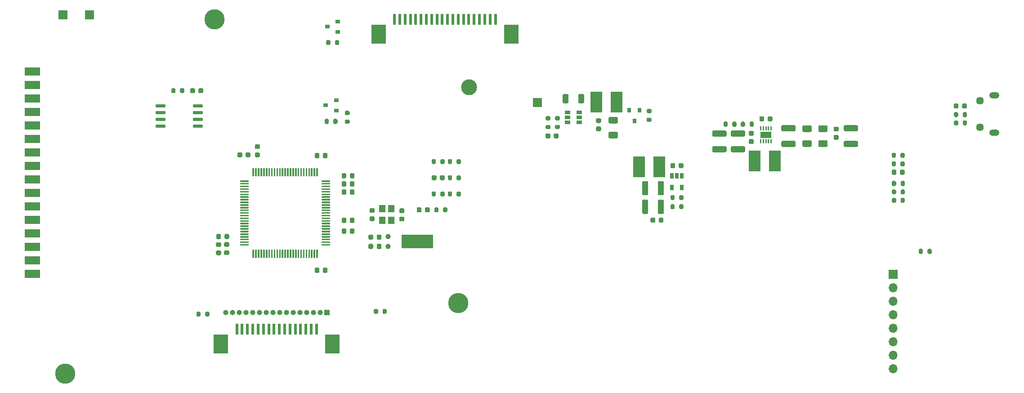
<source format=gts>
G04 #@! TF.GenerationSoftware,KiCad,Pcbnew,5.1.8+dfsg1-1~bpo10+1*
G04 #@! TF.CreationDate,2020-11-24T20:11:20+01:00*
G04 #@! TF.ProjectId,armpofo_cpu,61726d70-6f66-46f5-9f63-70752e6b6963,rev?*
G04 #@! TF.SameCoordinates,PX3938700PY42c1d80*
G04 #@! TF.FileFunction,Soldermask,Top*
G04 #@! TF.FilePolarity,Negative*
%FSLAX46Y46*%
G04 Gerber Fmt 4.6, Leading zero omitted, Abs format (unit mm)*
G04 Created by KiCad (PCBNEW 5.1.8+dfsg1-1~bpo10+1) date 2020-11-24 20:11:20*
%MOMM*%
%LPD*%
G01*
G04 APERTURE LIST*
%ADD10R,2.200000X3.900000*%
%ADD11R,0.900000X0.800000*%
%ADD12C,3.000000*%
%ADD13C,3.800000*%
%ADD14C,1.450000*%
%ADD15O,1.900000X1.200000*%
%ADD16R,1.700000X1.700000*%
%ADD17R,0.610000X2.000000*%
%ADD18R,2.680000X3.600000*%
%ADD19O,1.700000X1.700000*%
%ADD20R,0.800000X0.900000*%
%ADD21R,0.650000X1.060000*%
%ADD22R,1.060000X0.650000*%
%ADD23R,1.200000X1.400000*%
%ADD24C,1.000000*%
%ADD25R,6.000000X2.500000*%
%ADD26R,3.000000X1.524000*%
%ADD27R,2.000000X1.200000*%
%ADD28R,1.000000X1.000000*%
%ADD29O,1.000000X1.000000*%
G04 APERTURE END LIST*
G04 #@! TO.C,C19*
G36*
G01*
X162899999Y-23240000D02*
X165100001Y-23240000D01*
G75*
G02*
X165350000Y-23489999I0J-249999D01*
G01*
X165350000Y-24140001D01*
G75*
G02*
X165100001Y-24390000I-249999J0D01*
G01*
X162899999Y-24390000D01*
G75*
G02*
X162650000Y-24140001I0J249999D01*
G01*
X162650000Y-23489999D01*
G75*
G02*
X162899999Y-23240000I249999J0D01*
G01*
G37*
G36*
G01*
X162899999Y-26190000D02*
X165100001Y-26190000D01*
G75*
G02*
X165350000Y-26439999I0J-249999D01*
G01*
X165350000Y-27090001D01*
G75*
G02*
X165100001Y-27340000I-249999J0D01*
G01*
X162899999Y-27340000D01*
G75*
G02*
X162650000Y-27090001I0J249999D01*
G01*
X162650000Y-26439999D01*
G75*
G02*
X162899999Y-26190000I249999J0D01*
G01*
G37*
G04 #@! TD*
G04 #@! TO.C,R29*
G36*
G01*
X185855000Y-20975000D02*
X185855000Y-21525000D01*
G75*
G02*
X185655000Y-21725000I-200000J0D01*
G01*
X185255000Y-21725000D01*
G75*
G02*
X185055000Y-21525000I0J200000D01*
G01*
X185055000Y-20975000D01*
G75*
G02*
X185255000Y-20775000I200000J0D01*
G01*
X185655000Y-20775000D01*
G75*
G02*
X185855000Y-20975000I0J-200000D01*
G01*
G37*
G36*
G01*
X184205000Y-20975000D02*
X184205000Y-21525000D01*
G75*
G02*
X184005000Y-21725000I-200000J0D01*
G01*
X183605000Y-21725000D01*
G75*
G02*
X183405000Y-21525000I0J200000D01*
G01*
X183405000Y-20975000D01*
G75*
G02*
X183605000Y-20775000I200000J0D01*
G01*
X184005000Y-20775000D01*
G75*
G02*
X184205000Y-20975000I0J-200000D01*
G01*
G37*
G04 #@! TD*
G04 #@! TO.C,R28*
G36*
G01*
X184205000Y-22525000D02*
X184205000Y-23075000D01*
G75*
G02*
X184005000Y-23275000I-200000J0D01*
G01*
X183605000Y-23275000D01*
G75*
G02*
X183405000Y-23075000I0J200000D01*
G01*
X183405000Y-22525000D01*
G75*
G02*
X183605000Y-22325000I200000J0D01*
G01*
X184005000Y-22325000D01*
G75*
G02*
X184205000Y-22525000I0J-200000D01*
G01*
G37*
G36*
G01*
X185855000Y-22525000D02*
X185855000Y-23075000D01*
G75*
G02*
X185655000Y-23275000I-200000J0D01*
G01*
X185255000Y-23275000D01*
G75*
G02*
X185055000Y-23075000I0J200000D01*
G01*
X185055000Y-22525000D01*
G75*
G02*
X185255000Y-22325000I200000J0D01*
G01*
X185655000Y-22325000D01*
G75*
G02*
X185855000Y-22525000I0J-200000D01*
G01*
G37*
G04 #@! TD*
D10*
G04 #@! TO.C,L2*
X124100000Y-31100000D03*
X127900000Y-31100000D03*
G04 #@! TD*
D11*
G04 #@! TO.C,Q3*
X65104000Y-19514500D03*
X67104000Y-18564500D03*
X67104000Y-20464500D03*
G04 #@! TD*
G04 #@! TO.C,R18*
G36*
G01*
X68907000Y-22181000D02*
X69457000Y-22181000D01*
G75*
G02*
X69657000Y-22381000I0J-200000D01*
G01*
X69657000Y-22781000D01*
G75*
G02*
X69457000Y-22981000I-200000J0D01*
G01*
X68907000Y-22981000D01*
G75*
G02*
X68707000Y-22781000I0J200000D01*
G01*
X68707000Y-22381000D01*
G75*
G02*
X68907000Y-22181000I200000J0D01*
G01*
G37*
G36*
G01*
X68907000Y-20531000D02*
X69457000Y-20531000D01*
G75*
G02*
X69657000Y-20731000I0J-200000D01*
G01*
X69657000Y-21131000D01*
G75*
G02*
X69457000Y-21331000I-200000J0D01*
G01*
X68907000Y-21331000D01*
G75*
G02*
X68707000Y-21131000I0J200000D01*
G01*
X68707000Y-20731000D01*
G75*
G02*
X68907000Y-20531000I200000J0D01*
G01*
G37*
G04 #@! TD*
G04 #@! TO.C,R17*
G36*
G01*
X67359000Y-22243000D02*
X67359000Y-22793000D01*
G75*
G02*
X67159000Y-22993000I-200000J0D01*
G01*
X66759000Y-22993000D01*
G75*
G02*
X66559000Y-22793000I0J200000D01*
G01*
X66559000Y-22243000D01*
G75*
G02*
X66759000Y-22043000I200000J0D01*
G01*
X67159000Y-22043000D01*
G75*
G02*
X67359000Y-22243000I0J-200000D01*
G01*
G37*
G36*
G01*
X65709000Y-22243000D02*
X65709000Y-22793000D01*
G75*
G02*
X65509000Y-22993000I-200000J0D01*
G01*
X65109000Y-22993000D01*
G75*
G02*
X64909000Y-22793000I0J200000D01*
G01*
X64909000Y-22243000D01*
G75*
G02*
X65109000Y-22043000I200000J0D01*
G01*
X65509000Y-22043000D01*
G75*
G02*
X65709000Y-22243000I0J-200000D01*
G01*
G37*
G04 #@! TD*
G04 #@! TO.C,R16*
G36*
G01*
X41575000Y-58525000D02*
X41575000Y-59075000D01*
G75*
G02*
X41375000Y-59275000I-200000J0D01*
G01*
X40975000Y-59275000D01*
G75*
G02*
X40775000Y-59075000I0J200000D01*
G01*
X40775000Y-58525000D01*
G75*
G02*
X40975000Y-58325000I200000J0D01*
G01*
X41375000Y-58325000D01*
G75*
G02*
X41575000Y-58525000I0J-200000D01*
G01*
G37*
G36*
G01*
X43225000Y-58525000D02*
X43225000Y-59075000D01*
G75*
G02*
X43025000Y-59275000I-200000J0D01*
G01*
X42625000Y-59275000D01*
G75*
G02*
X42425000Y-59075000I0J200000D01*
G01*
X42425000Y-58525000D01*
G75*
G02*
X42625000Y-58325000I200000J0D01*
G01*
X43025000Y-58325000D01*
G75*
G02*
X43225000Y-58525000I0J-200000D01*
G01*
G37*
G04 #@! TD*
G04 #@! TO.C,U4*
G36*
G01*
X65975000Y-45689000D02*
X65975000Y-45839000D01*
G75*
G02*
X65900000Y-45914000I-75000J0D01*
G01*
X64450000Y-45914000D01*
G75*
G02*
X64375000Y-45839000I0J75000D01*
G01*
X64375000Y-45689000D01*
G75*
G02*
X64450000Y-45614000I75000J0D01*
G01*
X65900000Y-45614000D01*
G75*
G02*
X65975000Y-45689000I0J-75000D01*
G01*
G37*
G36*
G01*
X65975000Y-45189000D02*
X65975000Y-45339000D01*
G75*
G02*
X65900000Y-45414000I-75000J0D01*
G01*
X64450000Y-45414000D01*
G75*
G02*
X64375000Y-45339000I0J75000D01*
G01*
X64375000Y-45189000D01*
G75*
G02*
X64450000Y-45114000I75000J0D01*
G01*
X65900000Y-45114000D01*
G75*
G02*
X65975000Y-45189000I0J-75000D01*
G01*
G37*
G36*
G01*
X65975000Y-44689000D02*
X65975000Y-44839000D01*
G75*
G02*
X65900000Y-44914000I-75000J0D01*
G01*
X64450000Y-44914000D01*
G75*
G02*
X64375000Y-44839000I0J75000D01*
G01*
X64375000Y-44689000D01*
G75*
G02*
X64450000Y-44614000I75000J0D01*
G01*
X65900000Y-44614000D01*
G75*
G02*
X65975000Y-44689000I0J-75000D01*
G01*
G37*
G36*
G01*
X65975000Y-44189000D02*
X65975000Y-44339000D01*
G75*
G02*
X65900000Y-44414000I-75000J0D01*
G01*
X64450000Y-44414000D01*
G75*
G02*
X64375000Y-44339000I0J75000D01*
G01*
X64375000Y-44189000D01*
G75*
G02*
X64450000Y-44114000I75000J0D01*
G01*
X65900000Y-44114000D01*
G75*
G02*
X65975000Y-44189000I0J-75000D01*
G01*
G37*
G36*
G01*
X65975000Y-43689000D02*
X65975000Y-43839000D01*
G75*
G02*
X65900000Y-43914000I-75000J0D01*
G01*
X64450000Y-43914000D01*
G75*
G02*
X64375000Y-43839000I0J75000D01*
G01*
X64375000Y-43689000D01*
G75*
G02*
X64450000Y-43614000I75000J0D01*
G01*
X65900000Y-43614000D01*
G75*
G02*
X65975000Y-43689000I0J-75000D01*
G01*
G37*
G36*
G01*
X65975000Y-43189000D02*
X65975000Y-43339000D01*
G75*
G02*
X65900000Y-43414000I-75000J0D01*
G01*
X64450000Y-43414000D01*
G75*
G02*
X64375000Y-43339000I0J75000D01*
G01*
X64375000Y-43189000D01*
G75*
G02*
X64450000Y-43114000I75000J0D01*
G01*
X65900000Y-43114000D01*
G75*
G02*
X65975000Y-43189000I0J-75000D01*
G01*
G37*
G36*
G01*
X65975000Y-42689000D02*
X65975000Y-42839000D01*
G75*
G02*
X65900000Y-42914000I-75000J0D01*
G01*
X64450000Y-42914000D01*
G75*
G02*
X64375000Y-42839000I0J75000D01*
G01*
X64375000Y-42689000D01*
G75*
G02*
X64450000Y-42614000I75000J0D01*
G01*
X65900000Y-42614000D01*
G75*
G02*
X65975000Y-42689000I0J-75000D01*
G01*
G37*
G36*
G01*
X65975000Y-42189000D02*
X65975000Y-42339000D01*
G75*
G02*
X65900000Y-42414000I-75000J0D01*
G01*
X64450000Y-42414000D01*
G75*
G02*
X64375000Y-42339000I0J75000D01*
G01*
X64375000Y-42189000D01*
G75*
G02*
X64450000Y-42114000I75000J0D01*
G01*
X65900000Y-42114000D01*
G75*
G02*
X65975000Y-42189000I0J-75000D01*
G01*
G37*
G36*
G01*
X65975000Y-41689000D02*
X65975000Y-41839000D01*
G75*
G02*
X65900000Y-41914000I-75000J0D01*
G01*
X64450000Y-41914000D01*
G75*
G02*
X64375000Y-41839000I0J75000D01*
G01*
X64375000Y-41689000D01*
G75*
G02*
X64450000Y-41614000I75000J0D01*
G01*
X65900000Y-41614000D01*
G75*
G02*
X65975000Y-41689000I0J-75000D01*
G01*
G37*
G36*
G01*
X65975000Y-41189000D02*
X65975000Y-41339000D01*
G75*
G02*
X65900000Y-41414000I-75000J0D01*
G01*
X64450000Y-41414000D01*
G75*
G02*
X64375000Y-41339000I0J75000D01*
G01*
X64375000Y-41189000D01*
G75*
G02*
X64450000Y-41114000I75000J0D01*
G01*
X65900000Y-41114000D01*
G75*
G02*
X65975000Y-41189000I0J-75000D01*
G01*
G37*
G36*
G01*
X65975000Y-40689000D02*
X65975000Y-40839000D01*
G75*
G02*
X65900000Y-40914000I-75000J0D01*
G01*
X64450000Y-40914000D01*
G75*
G02*
X64375000Y-40839000I0J75000D01*
G01*
X64375000Y-40689000D01*
G75*
G02*
X64450000Y-40614000I75000J0D01*
G01*
X65900000Y-40614000D01*
G75*
G02*
X65975000Y-40689000I0J-75000D01*
G01*
G37*
G36*
G01*
X65975000Y-40189000D02*
X65975000Y-40339000D01*
G75*
G02*
X65900000Y-40414000I-75000J0D01*
G01*
X64450000Y-40414000D01*
G75*
G02*
X64375000Y-40339000I0J75000D01*
G01*
X64375000Y-40189000D01*
G75*
G02*
X64450000Y-40114000I75000J0D01*
G01*
X65900000Y-40114000D01*
G75*
G02*
X65975000Y-40189000I0J-75000D01*
G01*
G37*
G36*
G01*
X65975000Y-39689000D02*
X65975000Y-39839000D01*
G75*
G02*
X65900000Y-39914000I-75000J0D01*
G01*
X64450000Y-39914000D01*
G75*
G02*
X64375000Y-39839000I0J75000D01*
G01*
X64375000Y-39689000D01*
G75*
G02*
X64450000Y-39614000I75000J0D01*
G01*
X65900000Y-39614000D01*
G75*
G02*
X65975000Y-39689000I0J-75000D01*
G01*
G37*
G36*
G01*
X65975000Y-39189000D02*
X65975000Y-39339000D01*
G75*
G02*
X65900000Y-39414000I-75000J0D01*
G01*
X64450000Y-39414000D01*
G75*
G02*
X64375000Y-39339000I0J75000D01*
G01*
X64375000Y-39189000D01*
G75*
G02*
X64450000Y-39114000I75000J0D01*
G01*
X65900000Y-39114000D01*
G75*
G02*
X65975000Y-39189000I0J-75000D01*
G01*
G37*
G36*
G01*
X65975000Y-38689000D02*
X65975000Y-38839000D01*
G75*
G02*
X65900000Y-38914000I-75000J0D01*
G01*
X64450000Y-38914000D01*
G75*
G02*
X64375000Y-38839000I0J75000D01*
G01*
X64375000Y-38689000D01*
G75*
G02*
X64450000Y-38614000I75000J0D01*
G01*
X65900000Y-38614000D01*
G75*
G02*
X65975000Y-38689000I0J-75000D01*
G01*
G37*
G36*
G01*
X65975000Y-38189000D02*
X65975000Y-38339000D01*
G75*
G02*
X65900000Y-38414000I-75000J0D01*
G01*
X64450000Y-38414000D01*
G75*
G02*
X64375000Y-38339000I0J75000D01*
G01*
X64375000Y-38189000D01*
G75*
G02*
X64450000Y-38114000I75000J0D01*
G01*
X65900000Y-38114000D01*
G75*
G02*
X65975000Y-38189000I0J-75000D01*
G01*
G37*
G36*
G01*
X65975000Y-37689000D02*
X65975000Y-37839000D01*
G75*
G02*
X65900000Y-37914000I-75000J0D01*
G01*
X64450000Y-37914000D01*
G75*
G02*
X64375000Y-37839000I0J75000D01*
G01*
X64375000Y-37689000D01*
G75*
G02*
X64450000Y-37614000I75000J0D01*
G01*
X65900000Y-37614000D01*
G75*
G02*
X65975000Y-37689000I0J-75000D01*
G01*
G37*
G36*
G01*
X65975000Y-37189000D02*
X65975000Y-37339000D01*
G75*
G02*
X65900000Y-37414000I-75000J0D01*
G01*
X64450000Y-37414000D01*
G75*
G02*
X64375000Y-37339000I0J75000D01*
G01*
X64375000Y-37189000D01*
G75*
G02*
X64450000Y-37114000I75000J0D01*
G01*
X65900000Y-37114000D01*
G75*
G02*
X65975000Y-37189000I0J-75000D01*
G01*
G37*
G36*
G01*
X65975000Y-36689000D02*
X65975000Y-36839000D01*
G75*
G02*
X65900000Y-36914000I-75000J0D01*
G01*
X64450000Y-36914000D01*
G75*
G02*
X64375000Y-36839000I0J75000D01*
G01*
X64375000Y-36689000D01*
G75*
G02*
X64450000Y-36614000I75000J0D01*
G01*
X65900000Y-36614000D01*
G75*
G02*
X65975000Y-36689000I0J-75000D01*
G01*
G37*
G36*
G01*
X65975000Y-36189000D02*
X65975000Y-36339000D01*
G75*
G02*
X65900000Y-36414000I-75000J0D01*
G01*
X64450000Y-36414000D01*
G75*
G02*
X64375000Y-36339000I0J75000D01*
G01*
X64375000Y-36189000D01*
G75*
G02*
X64450000Y-36114000I75000J0D01*
G01*
X65900000Y-36114000D01*
G75*
G02*
X65975000Y-36189000I0J-75000D01*
G01*
G37*
G36*
G01*
X65975000Y-35689000D02*
X65975000Y-35839000D01*
G75*
G02*
X65900000Y-35914000I-75000J0D01*
G01*
X64450000Y-35914000D01*
G75*
G02*
X64375000Y-35839000I0J75000D01*
G01*
X64375000Y-35689000D01*
G75*
G02*
X64450000Y-35614000I75000J0D01*
G01*
X65900000Y-35614000D01*
G75*
G02*
X65975000Y-35689000I0J-75000D01*
G01*
G37*
G36*
G01*
X65975000Y-35189000D02*
X65975000Y-35339000D01*
G75*
G02*
X65900000Y-35414000I-75000J0D01*
G01*
X64450000Y-35414000D01*
G75*
G02*
X64375000Y-35339000I0J75000D01*
G01*
X64375000Y-35189000D01*
G75*
G02*
X64450000Y-35114000I75000J0D01*
G01*
X65900000Y-35114000D01*
G75*
G02*
X65975000Y-35189000I0J-75000D01*
G01*
G37*
G36*
G01*
X65975000Y-34689000D02*
X65975000Y-34839000D01*
G75*
G02*
X65900000Y-34914000I-75000J0D01*
G01*
X64450000Y-34914000D01*
G75*
G02*
X64375000Y-34839000I0J75000D01*
G01*
X64375000Y-34689000D01*
G75*
G02*
X64450000Y-34614000I75000J0D01*
G01*
X65900000Y-34614000D01*
G75*
G02*
X65975000Y-34689000I0J-75000D01*
G01*
G37*
G36*
G01*
X65975000Y-34189000D02*
X65975000Y-34339000D01*
G75*
G02*
X65900000Y-34414000I-75000J0D01*
G01*
X64450000Y-34414000D01*
G75*
G02*
X64375000Y-34339000I0J75000D01*
G01*
X64375000Y-34189000D01*
G75*
G02*
X64450000Y-34114000I75000J0D01*
G01*
X65900000Y-34114000D01*
G75*
G02*
X65975000Y-34189000I0J-75000D01*
G01*
G37*
G36*
G01*
X65975000Y-33689000D02*
X65975000Y-33839000D01*
G75*
G02*
X65900000Y-33914000I-75000J0D01*
G01*
X64450000Y-33914000D01*
G75*
G02*
X64375000Y-33839000I0J75000D01*
G01*
X64375000Y-33689000D01*
G75*
G02*
X64450000Y-33614000I75000J0D01*
G01*
X65900000Y-33614000D01*
G75*
G02*
X65975000Y-33689000I0J-75000D01*
G01*
G37*
G36*
G01*
X63650000Y-31364000D02*
X63650000Y-32814000D01*
G75*
G02*
X63575000Y-32889000I-75000J0D01*
G01*
X63425000Y-32889000D01*
G75*
G02*
X63350000Y-32814000I0J75000D01*
G01*
X63350000Y-31364000D01*
G75*
G02*
X63425000Y-31289000I75000J0D01*
G01*
X63575000Y-31289000D01*
G75*
G02*
X63650000Y-31364000I0J-75000D01*
G01*
G37*
G36*
G01*
X63150000Y-31364000D02*
X63150000Y-32814000D01*
G75*
G02*
X63075000Y-32889000I-75000J0D01*
G01*
X62925000Y-32889000D01*
G75*
G02*
X62850000Y-32814000I0J75000D01*
G01*
X62850000Y-31364000D01*
G75*
G02*
X62925000Y-31289000I75000J0D01*
G01*
X63075000Y-31289000D01*
G75*
G02*
X63150000Y-31364000I0J-75000D01*
G01*
G37*
G36*
G01*
X62650000Y-31364000D02*
X62650000Y-32814000D01*
G75*
G02*
X62575000Y-32889000I-75000J0D01*
G01*
X62425000Y-32889000D01*
G75*
G02*
X62350000Y-32814000I0J75000D01*
G01*
X62350000Y-31364000D01*
G75*
G02*
X62425000Y-31289000I75000J0D01*
G01*
X62575000Y-31289000D01*
G75*
G02*
X62650000Y-31364000I0J-75000D01*
G01*
G37*
G36*
G01*
X62150000Y-31364000D02*
X62150000Y-32814000D01*
G75*
G02*
X62075000Y-32889000I-75000J0D01*
G01*
X61925000Y-32889000D01*
G75*
G02*
X61850000Y-32814000I0J75000D01*
G01*
X61850000Y-31364000D01*
G75*
G02*
X61925000Y-31289000I75000J0D01*
G01*
X62075000Y-31289000D01*
G75*
G02*
X62150000Y-31364000I0J-75000D01*
G01*
G37*
G36*
G01*
X61650000Y-31364000D02*
X61650000Y-32814000D01*
G75*
G02*
X61575000Y-32889000I-75000J0D01*
G01*
X61425000Y-32889000D01*
G75*
G02*
X61350000Y-32814000I0J75000D01*
G01*
X61350000Y-31364000D01*
G75*
G02*
X61425000Y-31289000I75000J0D01*
G01*
X61575000Y-31289000D01*
G75*
G02*
X61650000Y-31364000I0J-75000D01*
G01*
G37*
G36*
G01*
X61150000Y-31364000D02*
X61150000Y-32814000D01*
G75*
G02*
X61075000Y-32889000I-75000J0D01*
G01*
X60925000Y-32889000D01*
G75*
G02*
X60850000Y-32814000I0J75000D01*
G01*
X60850000Y-31364000D01*
G75*
G02*
X60925000Y-31289000I75000J0D01*
G01*
X61075000Y-31289000D01*
G75*
G02*
X61150000Y-31364000I0J-75000D01*
G01*
G37*
G36*
G01*
X60650000Y-31364000D02*
X60650000Y-32814000D01*
G75*
G02*
X60575000Y-32889000I-75000J0D01*
G01*
X60425000Y-32889000D01*
G75*
G02*
X60350000Y-32814000I0J75000D01*
G01*
X60350000Y-31364000D01*
G75*
G02*
X60425000Y-31289000I75000J0D01*
G01*
X60575000Y-31289000D01*
G75*
G02*
X60650000Y-31364000I0J-75000D01*
G01*
G37*
G36*
G01*
X60150000Y-31364000D02*
X60150000Y-32814000D01*
G75*
G02*
X60075000Y-32889000I-75000J0D01*
G01*
X59925000Y-32889000D01*
G75*
G02*
X59850000Y-32814000I0J75000D01*
G01*
X59850000Y-31364000D01*
G75*
G02*
X59925000Y-31289000I75000J0D01*
G01*
X60075000Y-31289000D01*
G75*
G02*
X60150000Y-31364000I0J-75000D01*
G01*
G37*
G36*
G01*
X59650000Y-31364000D02*
X59650000Y-32814000D01*
G75*
G02*
X59575000Y-32889000I-75000J0D01*
G01*
X59425000Y-32889000D01*
G75*
G02*
X59350000Y-32814000I0J75000D01*
G01*
X59350000Y-31364000D01*
G75*
G02*
X59425000Y-31289000I75000J0D01*
G01*
X59575000Y-31289000D01*
G75*
G02*
X59650000Y-31364000I0J-75000D01*
G01*
G37*
G36*
G01*
X59150000Y-31364000D02*
X59150000Y-32814000D01*
G75*
G02*
X59075000Y-32889000I-75000J0D01*
G01*
X58925000Y-32889000D01*
G75*
G02*
X58850000Y-32814000I0J75000D01*
G01*
X58850000Y-31364000D01*
G75*
G02*
X58925000Y-31289000I75000J0D01*
G01*
X59075000Y-31289000D01*
G75*
G02*
X59150000Y-31364000I0J-75000D01*
G01*
G37*
G36*
G01*
X58650000Y-31364000D02*
X58650000Y-32814000D01*
G75*
G02*
X58575000Y-32889000I-75000J0D01*
G01*
X58425000Y-32889000D01*
G75*
G02*
X58350000Y-32814000I0J75000D01*
G01*
X58350000Y-31364000D01*
G75*
G02*
X58425000Y-31289000I75000J0D01*
G01*
X58575000Y-31289000D01*
G75*
G02*
X58650000Y-31364000I0J-75000D01*
G01*
G37*
G36*
G01*
X58150000Y-31364000D02*
X58150000Y-32814000D01*
G75*
G02*
X58075000Y-32889000I-75000J0D01*
G01*
X57925000Y-32889000D01*
G75*
G02*
X57850000Y-32814000I0J75000D01*
G01*
X57850000Y-31364000D01*
G75*
G02*
X57925000Y-31289000I75000J0D01*
G01*
X58075000Y-31289000D01*
G75*
G02*
X58150000Y-31364000I0J-75000D01*
G01*
G37*
G36*
G01*
X57650000Y-31364000D02*
X57650000Y-32814000D01*
G75*
G02*
X57575000Y-32889000I-75000J0D01*
G01*
X57425000Y-32889000D01*
G75*
G02*
X57350000Y-32814000I0J75000D01*
G01*
X57350000Y-31364000D01*
G75*
G02*
X57425000Y-31289000I75000J0D01*
G01*
X57575000Y-31289000D01*
G75*
G02*
X57650000Y-31364000I0J-75000D01*
G01*
G37*
G36*
G01*
X57150000Y-31364000D02*
X57150000Y-32814000D01*
G75*
G02*
X57075000Y-32889000I-75000J0D01*
G01*
X56925000Y-32889000D01*
G75*
G02*
X56850000Y-32814000I0J75000D01*
G01*
X56850000Y-31364000D01*
G75*
G02*
X56925000Y-31289000I75000J0D01*
G01*
X57075000Y-31289000D01*
G75*
G02*
X57150000Y-31364000I0J-75000D01*
G01*
G37*
G36*
G01*
X56650000Y-31364000D02*
X56650000Y-32814000D01*
G75*
G02*
X56575000Y-32889000I-75000J0D01*
G01*
X56425000Y-32889000D01*
G75*
G02*
X56350000Y-32814000I0J75000D01*
G01*
X56350000Y-31364000D01*
G75*
G02*
X56425000Y-31289000I75000J0D01*
G01*
X56575000Y-31289000D01*
G75*
G02*
X56650000Y-31364000I0J-75000D01*
G01*
G37*
G36*
G01*
X56150000Y-31364000D02*
X56150000Y-32814000D01*
G75*
G02*
X56075000Y-32889000I-75000J0D01*
G01*
X55925000Y-32889000D01*
G75*
G02*
X55850000Y-32814000I0J75000D01*
G01*
X55850000Y-31364000D01*
G75*
G02*
X55925000Y-31289000I75000J0D01*
G01*
X56075000Y-31289000D01*
G75*
G02*
X56150000Y-31364000I0J-75000D01*
G01*
G37*
G36*
G01*
X55650000Y-31364000D02*
X55650000Y-32814000D01*
G75*
G02*
X55575000Y-32889000I-75000J0D01*
G01*
X55425000Y-32889000D01*
G75*
G02*
X55350000Y-32814000I0J75000D01*
G01*
X55350000Y-31364000D01*
G75*
G02*
X55425000Y-31289000I75000J0D01*
G01*
X55575000Y-31289000D01*
G75*
G02*
X55650000Y-31364000I0J-75000D01*
G01*
G37*
G36*
G01*
X55150000Y-31364000D02*
X55150000Y-32814000D01*
G75*
G02*
X55075000Y-32889000I-75000J0D01*
G01*
X54925000Y-32889000D01*
G75*
G02*
X54850000Y-32814000I0J75000D01*
G01*
X54850000Y-31364000D01*
G75*
G02*
X54925000Y-31289000I75000J0D01*
G01*
X55075000Y-31289000D01*
G75*
G02*
X55150000Y-31364000I0J-75000D01*
G01*
G37*
G36*
G01*
X54650000Y-31364000D02*
X54650000Y-32814000D01*
G75*
G02*
X54575000Y-32889000I-75000J0D01*
G01*
X54425000Y-32889000D01*
G75*
G02*
X54350000Y-32814000I0J75000D01*
G01*
X54350000Y-31364000D01*
G75*
G02*
X54425000Y-31289000I75000J0D01*
G01*
X54575000Y-31289000D01*
G75*
G02*
X54650000Y-31364000I0J-75000D01*
G01*
G37*
G36*
G01*
X54150000Y-31364000D02*
X54150000Y-32814000D01*
G75*
G02*
X54075000Y-32889000I-75000J0D01*
G01*
X53925000Y-32889000D01*
G75*
G02*
X53850000Y-32814000I0J75000D01*
G01*
X53850000Y-31364000D01*
G75*
G02*
X53925000Y-31289000I75000J0D01*
G01*
X54075000Y-31289000D01*
G75*
G02*
X54150000Y-31364000I0J-75000D01*
G01*
G37*
G36*
G01*
X53650000Y-31364000D02*
X53650000Y-32814000D01*
G75*
G02*
X53575000Y-32889000I-75000J0D01*
G01*
X53425000Y-32889000D01*
G75*
G02*
X53350000Y-32814000I0J75000D01*
G01*
X53350000Y-31364000D01*
G75*
G02*
X53425000Y-31289000I75000J0D01*
G01*
X53575000Y-31289000D01*
G75*
G02*
X53650000Y-31364000I0J-75000D01*
G01*
G37*
G36*
G01*
X53150000Y-31364000D02*
X53150000Y-32814000D01*
G75*
G02*
X53075000Y-32889000I-75000J0D01*
G01*
X52925000Y-32889000D01*
G75*
G02*
X52850000Y-32814000I0J75000D01*
G01*
X52850000Y-31364000D01*
G75*
G02*
X52925000Y-31289000I75000J0D01*
G01*
X53075000Y-31289000D01*
G75*
G02*
X53150000Y-31364000I0J-75000D01*
G01*
G37*
G36*
G01*
X52650000Y-31364000D02*
X52650000Y-32814000D01*
G75*
G02*
X52575000Y-32889000I-75000J0D01*
G01*
X52425000Y-32889000D01*
G75*
G02*
X52350000Y-32814000I0J75000D01*
G01*
X52350000Y-31364000D01*
G75*
G02*
X52425000Y-31289000I75000J0D01*
G01*
X52575000Y-31289000D01*
G75*
G02*
X52650000Y-31364000I0J-75000D01*
G01*
G37*
G36*
G01*
X52150000Y-31364000D02*
X52150000Y-32814000D01*
G75*
G02*
X52075000Y-32889000I-75000J0D01*
G01*
X51925000Y-32889000D01*
G75*
G02*
X51850000Y-32814000I0J75000D01*
G01*
X51850000Y-31364000D01*
G75*
G02*
X51925000Y-31289000I75000J0D01*
G01*
X52075000Y-31289000D01*
G75*
G02*
X52150000Y-31364000I0J-75000D01*
G01*
G37*
G36*
G01*
X51650000Y-31364000D02*
X51650000Y-32814000D01*
G75*
G02*
X51575000Y-32889000I-75000J0D01*
G01*
X51425000Y-32889000D01*
G75*
G02*
X51350000Y-32814000I0J75000D01*
G01*
X51350000Y-31364000D01*
G75*
G02*
X51425000Y-31289000I75000J0D01*
G01*
X51575000Y-31289000D01*
G75*
G02*
X51650000Y-31364000I0J-75000D01*
G01*
G37*
G36*
G01*
X50625000Y-33689000D02*
X50625000Y-33839000D01*
G75*
G02*
X50550000Y-33914000I-75000J0D01*
G01*
X49100000Y-33914000D01*
G75*
G02*
X49025000Y-33839000I0J75000D01*
G01*
X49025000Y-33689000D01*
G75*
G02*
X49100000Y-33614000I75000J0D01*
G01*
X50550000Y-33614000D01*
G75*
G02*
X50625000Y-33689000I0J-75000D01*
G01*
G37*
G36*
G01*
X50625000Y-34189000D02*
X50625000Y-34339000D01*
G75*
G02*
X50550000Y-34414000I-75000J0D01*
G01*
X49100000Y-34414000D01*
G75*
G02*
X49025000Y-34339000I0J75000D01*
G01*
X49025000Y-34189000D01*
G75*
G02*
X49100000Y-34114000I75000J0D01*
G01*
X50550000Y-34114000D01*
G75*
G02*
X50625000Y-34189000I0J-75000D01*
G01*
G37*
G36*
G01*
X50625000Y-34689000D02*
X50625000Y-34839000D01*
G75*
G02*
X50550000Y-34914000I-75000J0D01*
G01*
X49100000Y-34914000D01*
G75*
G02*
X49025000Y-34839000I0J75000D01*
G01*
X49025000Y-34689000D01*
G75*
G02*
X49100000Y-34614000I75000J0D01*
G01*
X50550000Y-34614000D01*
G75*
G02*
X50625000Y-34689000I0J-75000D01*
G01*
G37*
G36*
G01*
X50625000Y-35189000D02*
X50625000Y-35339000D01*
G75*
G02*
X50550000Y-35414000I-75000J0D01*
G01*
X49100000Y-35414000D01*
G75*
G02*
X49025000Y-35339000I0J75000D01*
G01*
X49025000Y-35189000D01*
G75*
G02*
X49100000Y-35114000I75000J0D01*
G01*
X50550000Y-35114000D01*
G75*
G02*
X50625000Y-35189000I0J-75000D01*
G01*
G37*
G36*
G01*
X50625000Y-35689000D02*
X50625000Y-35839000D01*
G75*
G02*
X50550000Y-35914000I-75000J0D01*
G01*
X49100000Y-35914000D01*
G75*
G02*
X49025000Y-35839000I0J75000D01*
G01*
X49025000Y-35689000D01*
G75*
G02*
X49100000Y-35614000I75000J0D01*
G01*
X50550000Y-35614000D01*
G75*
G02*
X50625000Y-35689000I0J-75000D01*
G01*
G37*
G36*
G01*
X50625000Y-36189000D02*
X50625000Y-36339000D01*
G75*
G02*
X50550000Y-36414000I-75000J0D01*
G01*
X49100000Y-36414000D01*
G75*
G02*
X49025000Y-36339000I0J75000D01*
G01*
X49025000Y-36189000D01*
G75*
G02*
X49100000Y-36114000I75000J0D01*
G01*
X50550000Y-36114000D01*
G75*
G02*
X50625000Y-36189000I0J-75000D01*
G01*
G37*
G36*
G01*
X50625000Y-36689000D02*
X50625000Y-36839000D01*
G75*
G02*
X50550000Y-36914000I-75000J0D01*
G01*
X49100000Y-36914000D01*
G75*
G02*
X49025000Y-36839000I0J75000D01*
G01*
X49025000Y-36689000D01*
G75*
G02*
X49100000Y-36614000I75000J0D01*
G01*
X50550000Y-36614000D01*
G75*
G02*
X50625000Y-36689000I0J-75000D01*
G01*
G37*
G36*
G01*
X50625000Y-37189000D02*
X50625000Y-37339000D01*
G75*
G02*
X50550000Y-37414000I-75000J0D01*
G01*
X49100000Y-37414000D01*
G75*
G02*
X49025000Y-37339000I0J75000D01*
G01*
X49025000Y-37189000D01*
G75*
G02*
X49100000Y-37114000I75000J0D01*
G01*
X50550000Y-37114000D01*
G75*
G02*
X50625000Y-37189000I0J-75000D01*
G01*
G37*
G36*
G01*
X50625000Y-37689000D02*
X50625000Y-37839000D01*
G75*
G02*
X50550000Y-37914000I-75000J0D01*
G01*
X49100000Y-37914000D01*
G75*
G02*
X49025000Y-37839000I0J75000D01*
G01*
X49025000Y-37689000D01*
G75*
G02*
X49100000Y-37614000I75000J0D01*
G01*
X50550000Y-37614000D01*
G75*
G02*
X50625000Y-37689000I0J-75000D01*
G01*
G37*
G36*
G01*
X50625000Y-38189000D02*
X50625000Y-38339000D01*
G75*
G02*
X50550000Y-38414000I-75000J0D01*
G01*
X49100000Y-38414000D01*
G75*
G02*
X49025000Y-38339000I0J75000D01*
G01*
X49025000Y-38189000D01*
G75*
G02*
X49100000Y-38114000I75000J0D01*
G01*
X50550000Y-38114000D01*
G75*
G02*
X50625000Y-38189000I0J-75000D01*
G01*
G37*
G36*
G01*
X50625000Y-38689000D02*
X50625000Y-38839000D01*
G75*
G02*
X50550000Y-38914000I-75000J0D01*
G01*
X49100000Y-38914000D01*
G75*
G02*
X49025000Y-38839000I0J75000D01*
G01*
X49025000Y-38689000D01*
G75*
G02*
X49100000Y-38614000I75000J0D01*
G01*
X50550000Y-38614000D01*
G75*
G02*
X50625000Y-38689000I0J-75000D01*
G01*
G37*
G36*
G01*
X50625000Y-39189000D02*
X50625000Y-39339000D01*
G75*
G02*
X50550000Y-39414000I-75000J0D01*
G01*
X49100000Y-39414000D01*
G75*
G02*
X49025000Y-39339000I0J75000D01*
G01*
X49025000Y-39189000D01*
G75*
G02*
X49100000Y-39114000I75000J0D01*
G01*
X50550000Y-39114000D01*
G75*
G02*
X50625000Y-39189000I0J-75000D01*
G01*
G37*
G36*
G01*
X50625000Y-39689000D02*
X50625000Y-39839000D01*
G75*
G02*
X50550000Y-39914000I-75000J0D01*
G01*
X49100000Y-39914000D01*
G75*
G02*
X49025000Y-39839000I0J75000D01*
G01*
X49025000Y-39689000D01*
G75*
G02*
X49100000Y-39614000I75000J0D01*
G01*
X50550000Y-39614000D01*
G75*
G02*
X50625000Y-39689000I0J-75000D01*
G01*
G37*
G36*
G01*
X50625000Y-40189000D02*
X50625000Y-40339000D01*
G75*
G02*
X50550000Y-40414000I-75000J0D01*
G01*
X49100000Y-40414000D01*
G75*
G02*
X49025000Y-40339000I0J75000D01*
G01*
X49025000Y-40189000D01*
G75*
G02*
X49100000Y-40114000I75000J0D01*
G01*
X50550000Y-40114000D01*
G75*
G02*
X50625000Y-40189000I0J-75000D01*
G01*
G37*
G36*
G01*
X50625000Y-40689000D02*
X50625000Y-40839000D01*
G75*
G02*
X50550000Y-40914000I-75000J0D01*
G01*
X49100000Y-40914000D01*
G75*
G02*
X49025000Y-40839000I0J75000D01*
G01*
X49025000Y-40689000D01*
G75*
G02*
X49100000Y-40614000I75000J0D01*
G01*
X50550000Y-40614000D01*
G75*
G02*
X50625000Y-40689000I0J-75000D01*
G01*
G37*
G36*
G01*
X50625000Y-41189000D02*
X50625000Y-41339000D01*
G75*
G02*
X50550000Y-41414000I-75000J0D01*
G01*
X49100000Y-41414000D01*
G75*
G02*
X49025000Y-41339000I0J75000D01*
G01*
X49025000Y-41189000D01*
G75*
G02*
X49100000Y-41114000I75000J0D01*
G01*
X50550000Y-41114000D01*
G75*
G02*
X50625000Y-41189000I0J-75000D01*
G01*
G37*
G36*
G01*
X50625000Y-41689000D02*
X50625000Y-41839000D01*
G75*
G02*
X50550000Y-41914000I-75000J0D01*
G01*
X49100000Y-41914000D01*
G75*
G02*
X49025000Y-41839000I0J75000D01*
G01*
X49025000Y-41689000D01*
G75*
G02*
X49100000Y-41614000I75000J0D01*
G01*
X50550000Y-41614000D01*
G75*
G02*
X50625000Y-41689000I0J-75000D01*
G01*
G37*
G36*
G01*
X50625000Y-42189000D02*
X50625000Y-42339000D01*
G75*
G02*
X50550000Y-42414000I-75000J0D01*
G01*
X49100000Y-42414000D01*
G75*
G02*
X49025000Y-42339000I0J75000D01*
G01*
X49025000Y-42189000D01*
G75*
G02*
X49100000Y-42114000I75000J0D01*
G01*
X50550000Y-42114000D01*
G75*
G02*
X50625000Y-42189000I0J-75000D01*
G01*
G37*
G36*
G01*
X50625000Y-42689000D02*
X50625000Y-42839000D01*
G75*
G02*
X50550000Y-42914000I-75000J0D01*
G01*
X49100000Y-42914000D01*
G75*
G02*
X49025000Y-42839000I0J75000D01*
G01*
X49025000Y-42689000D01*
G75*
G02*
X49100000Y-42614000I75000J0D01*
G01*
X50550000Y-42614000D01*
G75*
G02*
X50625000Y-42689000I0J-75000D01*
G01*
G37*
G36*
G01*
X50625000Y-43189000D02*
X50625000Y-43339000D01*
G75*
G02*
X50550000Y-43414000I-75000J0D01*
G01*
X49100000Y-43414000D01*
G75*
G02*
X49025000Y-43339000I0J75000D01*
G01*
X49025000Y-43189000D01*
G75*
G02*
X49100000Y-43114000I75000J0D01*
G01*
X50550000Y-43114000D01*
G75*
G02*
X50625000Y-43189000I0J-75000D01*
G01*
G37*
G36*
G01*
X50625000Y-43689000D02*
X50625000Y-43839000D01*
G75*
G02*
X50550000Y-43914000I-75000J0D01*
G01*
X49100000Y-43914000D01*
G75*
G02*
X49025000Y-43839000I0J75000D01*
G01*
X49025000Y-43689000D01*
G75*
G02*
X49100000Y-43614000I75000J0D01*
G01*
X50550000Y-43614000D01*
G75*
G02*
X50625000Y-43689000I0J-75000D01*
G01*
G37*
G36*
G01*
X50625000Y-44189000D02*
X50625000Y-44339000D01*
G75*
G02*
X50550000Y-44414000I-75000J0D01*
G01*
X49100000Y-44414000D01*
G75*
G02*
X49025000Y-44339000I0J75000D01*
G01*
X49025000Y-44189000D01*
G75*
G02*
X49100000Y-44114000I75000J0D01*
G01*
X50550000Y-44114000D01*
G75*
G02*
X50625000Y-44189000I0J-75000D01*
G01*
G37*
G36*
G01*
X50625000Y-44689000D02*
X50625000Y-44839000D01*
G75*
G02*
X50550000Y-44914000I-75000J0D01*
G01*
X49100000Y-44914000D01*
G75*
G02*
X49025000Y-44839000I0J75000D01*
G01*
X49025000Y-44689000D01*
G75*
G02*
X49100000Y-44614000I75000J0D01*
G01*
X50550000Y-44614000D01*
G75*
G02*
X50625000Y-44689000I0J-75000D01*
G01*
G37*
G36*
G01*
X50625000Y-45189000D02*
X50625000Y-45339000D01*
G75*
G02*
X50550000Y-45414000I-75000J0D01*
G01*
X49100000Y-45414000D01*
G75*
G02*
X49025000Y-45339000I0J75000D01*
G01*
X49025000Y-45189000D01*
G75*
G02*
X49100000Y-45114000I75000J0D01*
G01*
X50550000Y-45114000D01*
G75*
G02*
X50625000Y-45189000I0J-75000D01*
G01*
G37*
G36*
G01*
X50625000Y-45689000D02*
X50625000Y-45839000D01*
G75*
G02*
X50550000Y-45914000I-75000J0D01*
G01*
X49100000Y-45914000D01*
G75*
G02*
X49025000Y-45839000I0J75000D01*
G01*
X49025000Y-45689000D01*
G75*
G02*
X49100000Y-45614000I75000J0D01*
G01*
X50550000Y-45614000D01*
G75*
G02*
X50625000Y-45689000I0J-75000D01*
G01*
G37*
G36*
G01*
X51650000Y-46714000D02*
X51650000Y-48164000D01*
G75*
G02*
X51575000Y-48239000I-75000J0D01*
G01*
X51425000Y-48239000D01*
G75*
G02*
X51350000Y-48164000I0J75000D01*
G01*
X51350000Y-46714000D01*
G75*
G02*
X51425000Y-46639000I75000J0D01*
G01*
X51575000Y-46639000D01*
G75*
G02*
X51650000Y-46714000I0J-75000D01*
G01*
G37*
G36*
G01*
X52150000Y-46714000D02*
X52150000Y-48164000D01*
G75*
G02*
X52075000Y-48239000I-75000J0D01*
G01*
X51925000Y-48239000D01*
G75*
G02*
X51850000Y-48164000I0J75000D01*
G01*
X51850000Y-46714000D01*
G75*
G02*
X51925000Y-46639000I75000J0D01*
G01*
X52075000Y-46639000D01*
G75*
G02*
X52150000Y-46714000I0J-75000D01*
G01*
G37*
G36*
G01*
X52650000Y-46714000D02*
X52650000Y-48164000D01*
G75*
G02*
X52575000Y-48239000I-75000J0D01*
G01*
X52425000Y-48239000D01*
G75*
G02*
X52350000Y-48164000I0J75000D01*
G01*
X52350000Y-46714000D01*
G75*
G02*
X52425000Y-46639000I75000J0D01*
G01*
X52575000Y-46639000D01*
G75*
G02*
X52650000Y-46714000I0J-75000D01*
G01*
G37*
G36*
G01*
X53150000Y-46714000D02*
X53150000Y-48164000D01*
G75*
G02*
X53075000Y-48239000I-75000J0D01*
G01*
X52925000Y-48239000D01*
G75*
G02*
X52850000Y-48164000I0J75000D01*
G01*
X52850000Y-46714000D01*
G75*
G02*
X52925000Y-46639000I75000J0D01*
G01*
X53075000Y-46639000D01*
G75*
G02*
X53150000Y-46714000I0J-75000D01*
G01*
G37*
G36*
G01*
X53650000Y-46714000D02*
X53650000Y-48164000D01*
G75*
G02*
X53575000Y-48239000I-75000J0D01*
G01*
X53425000Y-48239000D01*
G75*
G02*
X53350000Y-48164000I0J75000D01*
G01*
X53350000Y-46714000D01*
G75*
G02*
X53425000Y-46639000I75000J0D01*
G01*
X53575000Y-46639000D01*
G75*
G02*
X53650000Y-46714000I0J-75000D01*
G01*
G37*
G36*
G01*
X54150000Y-46714000D02*
X54150000Y-48164000D01*
G75*
G02*
X54075000Y-48239000I-75000J0D01*
G01*
X53925000Y-48239000D01*
G75*
G02*
X53850000Y-48164000I0J75000D01*
G01*
X53850000Y-46714000D01*
G75*
G02*
X53925000Y-46639000I75000J0D01*
G01*
X54075000Y-46639000D01*
G75*
G02*
X54150000Y-46714000I0J-75000D01*
G01*
G37*
G36*
G01*
X54650000Y-46714000D02*
X54650000Y-48164000D01*
G75*
G02*
X54575000Y-48239000I-75000J0D01*
G01*
X54425000Y-48239000D01*
G75*
G02*
X54350000Y-48164000I0J75000D01*
G01*
X54350000Y-46714000D01*
G75*
G02*
X54425000Y-46639000I75000J0D01*
G01*
X54575000Y-46639000D01*
G75*
G02*
X54650000Y-46714000I0J-75000D01*
G01*
G37*
G36*
G01*
X55150000Y-46714000D02*
X55150000Y-48164000D01*
G75*
G02*
X55075000Y-48239000I-75000J0D01*
G01*
X54925000Y-48239000D01*
G75*
G02*
X54850000Y-48164000I0J75000D01*
G01*
X54850000Y-46714000D01*
G75*
G02*
X54925000Y-46639000I75000J0D01*
G01*
X55075000Y-46639000D01*
G75*
G02*
X55150000Y-46714000I0J-75000D01*
G01*
G37*
G36*
G01*
X55650000Y-46714000D02*
X55650000Y-48164000D01*
G75*
G02*
X55575000Y-48239000I-75000J0D01*
G01*
X55425000Y-48239000D01*
G75*
G02*
X55350000Y-48164000I0J75000D01*
G01*
X55350000Y-46714000D01*
G75*
G02*
X55425000Y-46639000I75000J0D01*
G01*
X55575000Y-46639000D01*
G75*
G02*
X55650000Y-46714000I0J-75000D01*
G01*
G37*
G36*
G01*
X56150000Y-46714000D02*
X56150000Y-48164000D01*
G75*
G02*
X56075000Y-48239000I-75000J0D01*
G01*
X55925000Y-48239000D01*
G75*
G02*
X55850000Y-48164000I0J75000D01*
G01*
X55850000Y-46714000D01*
G75*
G02*
X55925000Y-46639000I75000J0D01*
G01*
X56075000Y-46639000D01*
G75*
G02*
X56150000Y-46714000I0J-75000D01*
G01*
G37*
G36*
G01*
X56650000Y-46714000D02*
X56650000Y-48164000D01*
G75*
G02*
X56575000Y-48239000I-75000J0D01*
G01*
X56425000Y-48239000D01*
G75*
G02*
X56350000Y-48164000I0J75000D01*
G01*
X56350000Y-46714000D01*
G75*
G02*
X56425000Y-46639000I75000J0D01*
G01*
X56575000Y-46639000D01*
G75*
G02*
X56650000Y-46714000I0J-75000D01*
G01*
G37*
G36*
G01*
X57150000Y-46714000D02*
X57150000Y-48164000D01*
G75*
G02*
X57075000Y-48239000I-75000J0D01*
G01*
X56925000Y-48239000D01*
G75*
G02*
X56850000Y-48164000I0J75000D01*
G01*
X56850000Y-46714000D01*
G75*
G02*
X56925000Y-46639000I75000J0D01*
G01*
X57075000Y-46639000D01*
G75*
G02*
X57150000Y-46714000I0J-75000D01*
G01*
G37*
G36*
G01*
X57650000Y-46714000D02*
X57650000Y-48164000D01*
G75*
G02*
X57575000Y-48239000I-75000J0D01*
G01*
X57425000Y-48239000D01*
G75*
G02*
X57350000Y-48164000I0J75000D01*
G01*
X57350000Y-46714000D01*
G75*
G02*
X57425000Y-46639000I75000J0D01*
G01*
X57575000Y-46639000D01*
G75*
G02*
X57650000Y-46714000I0J-75000D01*
G01*
G37*
G36*
G01*
X58150000Y-46714000D02*
X58150000Y-48164000D01*
G75*
G02*
X58075000Y-48239000I-75000J0D01*
G01*
X57925000Y-48239000D01*
G75*
G02*
X57850000Y-48164000I0J75000D01*
G01*
X57850000Y-46714000D01*
G75*
G02*
X57925000Y-46639000I75000J0D01*
G01*
X58075000Y-46639000D01*
G75*
G02*
X58150000Y-46714000I0J-75000D01*
G01*
G37*
G36*
G01*
X58650000Y-46714000D02*
X58650000Y-48164000D01*
G75*
G02*
X58575000Y-48239000I-75000J0D01*
G01*
X58425000Y-48239000D01*
G75*
G02*
X58350000Y-48164000I0J75000D01*
G01*
X58350000Y-46714000D01*
G75*
G02*
X58425000Y-46639000I75000J0D01*
G01*
X58575000Y-46639000D01*
G75*
G02*
X58650000Y-46714000I0J-75000D01*
G01*
G37*
G36*
G01*
X59150000Y-46714000D02*
X59150000Y-48164000D01*
G75*
G02*
X59075000Y-48239000I-75000J0D01*
G01*
X58925000Y-48239000D01*
G75*
G02*
X58850000Y-48164000I0J75000D01*
G01*
X58850000Y-46714000D01*
G75*
G02*
X58925000Y-46639000I75000J0D01*
G01*
X59075000Y-46639000D01*
G75*
G02*
X59150000Y-46714000I0J-75000D01*
G01*
G37*
G36*
G01*
X59650000Y-46714000D02*
X59650000Y-48164000D01*
G75*
G02*
X59575000Y-48239000I-75000J0D01*
G01*
X59425000Y-48239000D01*
G75*
G02*
X59350000Y-48164000I0J75000D01*
G01*
X59350000Y-46714000D01*
G75*
G02*
X59425000Y-46639000I75000J0D01*
G01*
X59575000Y-46639000D01*
G75*
G02*
X59650000Y-46714000I0J-75000D01*
G01*
G37*
G36*
G01*
X60150000Y-46714000D02*
X60150000Y-48164000D01*
G75*
G02*
X60075000Y-48239000I-75000J0D01*
G01*
X59925000Y-48239000D01*
G75*
G02*
X59850000Y-48164000I0J75000D01*
G01*
X59850000Y-46714000D01*
G75*
G02*
X59925000Y-46639000I75000J0D01*
G01*
X60075000Y-46639000D01*
G75*
G02*
X60150000Y-46714000I0J-75000D01*
G01*
G37*
G36*
G01*
X60650000Y-46714000D02*
X60650000Y-48164000D01*
G75*
G02*
X60575000Y-48239000I-75000J0D01*
G01*
X60425000Y-48239000D01*
G75*
G02*
X60350000Y-48164000I0J75000D01*
G01*
X60350000Y-46714000D01*
G75*
G02*
X60425000Y-46639000I75000J0D01*
G01*
X60575000Y-46639000D01*
G75*
G02*
X60650000Y-46714000I0J-75000D01*
G01*
G37*
G36*
G01*
X61150000Y-46714000D02*
X61150000Y-48164000D01*
G75*
G02*
X61075000Y-48239000I-75000J0D01*
G01*
X60925000Y-48239000D01*
G75*
G02*
X60850000Y-48164000I0J75000D01*
G01*
X60850000Y-46714000D01*
G75*
G02*
X60925000Y-46639000I75000J0D01*
G01*
X61075000Y-46639000D01*
G75*
G02*
X61150000Y-46714000I0J-75000D01*
G01*
G37*
G36*
G01*
X61650000Y-46714000D02*
X61650000Y-48164000D01*
G75*
G02*
X61575000Y-48239000I-75000J0D01*
G01*
X61425000Y-48239000D01*
G75*
G02*
X61350000Y-48164000I0J75000D01*
G01*
X61350000Y-46714000D01*
G75*
G02*
X61425000Y-46639000I75000J0D01*
G01*
X61575000Y-46639000D01*
G75*
G02*
X61650000Y-46714000I0J-75000D01*
G01*
G37*
G36*
G01*
X62150000Y-46714000D02*
X62150000Y-48164000D01*
G75*
G02*
X62075000Y-48239000I-75000J0D01*
G01*
X61925000Y-48239000D01*
G75*
G02*
X61850000Y-48164000I0J75000D01*
G01*
X61850000Y-46714000D01*
G75*
G02*
X61925000Y-46639000I75000J0D01*
G01*
X62075000Y-46639000D01*
G75*
G02*
X62150000Y-46714000I0J-75000D01*
G01*
G37*
G36*
G01*
X62650000Y-46714000D02*
X62650000Y-48164000D01*
G75*
G02*
X62575000Y-48239000I-75000J0D01*
G01*
X62425000Y-48239000D01*
G75*
G02*
X62350000Y-48164000I0J75000D01*
G01*
X62350000Y-46714000D01*
G75*
G02*
X62425000Y-46639000I75000J0D01*
G01*
X62575000Y-46639000D01*
G75*
G02*
X62650000Y-46714000I0J-75000D01*
G01*
G37*
G36*
G01*
X63150000Y-46714000D02*
X63150000Y-48164000D01*
G75*
G02*
X63075000Y-48239000I-75000J0D01*
G01*
X62925000Y-48239000D01*
G75*
G02*
X62850000Y-48164000I0J75000D01*
G01*
X62850000Y-46714000D01*
G75*
G02*
X62925000Y-46639000I75000J0D01*
G01*
X63075000Y-46639000D01*
G75*
G02*
X63150000Y-46714000I0J-75000D01*
G01*
G37*
G36*
G01*
X63650000Y-46714000D02*
X63650000Y-48164000D01*
G75*
G02*
X63575000Y-48239000I-75000J0D01*
G01*
X63425000Y-48239000D01*
G75*
G02*
X63350000Y-48164000I0J75000D01*
G01*
X63350000Y-46714000D01*
G75*
G02*
X63425000Y-46639000I75000J0D01*
G01*
X63575000Y-46639000D01*
G75*
G02*
X63650000Y-46714000I0J-75000D01*
G01*
G37*
G04 #@! TD*
D12*
G04 #@! TO.C,H4*
X92100000Y-16100000D03*
G04 #@! TD*
D13*
G04 #@! TO.C,H3*
X90100000Y-56700000D03*
G04 #@! TD*
G04 #@! TO.C,H2*
X16100000Y-70000000D03*
G04 #@! TD*
G04 #@! TO.C,H1*
X44200000Y-3300000D03*
G04 #@! TD*
G04 #@! TO.C,C1*
G36*
G01*
X69667000Y-43430000D02*
X69667000Y-42930000D01*
G75*
G02*
X69892000Y-42705000I225000J0D01*
G01*
X70342000Y-42705000D01*
G75*
G02*
X70567000Y-42930000I0J-225000D01*
G01*
X70567000Y-43430000D01*
G75*
G02*
X70342000Y-43655000I-225000J0D01*
G01*
X69892000Y-43655000D01*
G75*
G02*
X69667000Y-43430000I0J225000D01*
G01*
G37*
G36*
G01*
X68117000Y-43430000D02*
X68117000Y-42930000D01*
G75*
G02*
X68342000Y-42705000I225000J0D01*
G01*
X68792000Y-42705000D01*
G75*
G02*
X69017000Y-42930000I0J-225000D01*
G01*
X69017000Y-43430000D01*
G75*
G02*
X68792000Y-43655000I-225000J0D01*
G01*
X68342000Y-43655000D01*
G75*
G02*
X68117000Y-43430000I0J225000D01*
G01*
G37*
G04 #@! TD*
G04 #@! TO.C,C2*
G36*
G01*
X68117000Y-41398000D02*
X68117000Y-40898000D01*
G75*
G02*
X68342000Y-40673000I225000J0D01*
G01*
X68792000Y-40673000D01*
G75*
G02*
X69017000Y-40898000I0J-225000D01*
G01*
X69017000Y-41398000D01*
G75*
G02*
X68792000Y-41623000I-225000J0D01*
G01*
X68342000Y-41623000D01*
G75*
G02*
X68117000Y-41398000I0J225000D01*
G01*
G37*
G36*
G01*
X69667000Y-41398000D02*
X69667000Y-40898000D01*
G75*
G02*
X69892000Y-40673000I225000J0D01*
G01*
X70342000Y-40673000D01*
G75*
G02*
X70567000Y-40898000I0J-225000D01*
G01*
X70567000Y-41398000D01*
G75*
G02*
X70342000Y-41623000I-225000J0D01*
G01*
X69892000Y-41623000D01*
G75*
G02*
X69667000Y-41398000I0J225000D01*
G01*
G37*
G04 #@! TD*
G04 #@! TO.C,C3*
G36*
G01*
X64587000Y-29206000D02*
X64587000Y-28706000D01*
G75*
G02*
X64812000Y-28481000I225000J0D01*
G01*
X65262000Y-28481000D01*
G75*
G02*
X65487000Y-28706000I0J-225000D01*
G01*
X65487000Y-29206000D01*
G75*
G02*
X65262000Y-29431000I-225000J0D01*
G01*
X64812000Y-29431000D01*
G75*
G02*
X64587000Y-29206000I0J225000D01*
G01*
G37*
G36*
G01*
X63037000Y-29206000D02*
X63037000Y-28706000D01*
G75*
G02*
X63262000Y-28481000I225000J0D01*
G01*
X63712000Y-28481000D01*
G75*
G02*
X63937000Y-28706000I0J-225000D01*
G01*
X63937000Y-29206000D01*
G75*
G02*
X63712000Y-29431000I-225000J0D01*
G01*
X63262000Y-29431000D01*
G75*
G02*
X63037000Y-29206000I0J225000D01*
G01*
G37*
G04 #@! TD*
G04 #@! TO.C,C4*
G36*
G01*
X48503000Y-29056000D02*
X48503000Y-28556000D01*
G75*
G02*
X48728000Y-28331000I225000J0D01*
G01*
X49178000Y-28331000D01*
G75*
G02*
X49403000Y-28556000I0J-225000D01*
G01*
X49403000Y-29056000D01*
G75*
G02*
X49178000Y-29281000I-225000J0D01*
G01*
X48728000Y-29281000D01*
G75*
G02*
X48503000Y-29056000I0J225000D01*
G01*
G37*
G36*
G01*
X50053000Y-29056000D02*
X50053000Y-28556000D01*
G75*
G02*
X50278000Y-28331000I225000J0D01*
G01*
X50728000Y-28331000D01*
G75*
G02*
X50953000Y-28556000I0J-225000D01*
G01*
X50953000Y-29056000D01*
G75*
G02*
X50728000Y-29281000I-225000J0D01*
G01*
X50278000Y-29281000D01*
G75*
G02*
X50053000Y-29056000I0J225000D01*
G01*
G37*
G04 #@! TD*
G04 #@! TO.C,C5*
G36*
G01*
X46732000Y-47707000D02*
X46232000Y-47707000D01*
G75*
G02*
X46007000Y-47482000I0J225000D01*
G01*
X46007000Y-47032000D01*
G75*
G02*
X46232000Y-46807000I225000J0D01*
G01*
X46732000Y-46807000D01*
G75*
G02*
X46957000Y-47032000I0J-225000D01*
G01*
X46957000Y-47482000D01*
G75*
G02*
X46732000Y-47707000I-225000J0D01*
G01*
G37*
G36*
G01*
X46732000Y-46157000D02*
X46232000Y-46157000D01*
G75*
G02*
X46007000Y-45932000I0J225000D01*
G01*
X46007000Y-45482000D01*
G75*
G02*
X46232000Y-45257000I225000J0D01*
G01*
X46732000Y-45257000D01*
G75*
G02*
X46957000Y-45482000I0J-225000D01*
G01*
X46957000Y-45932000D01*
G75*
G02*
X46732000Y-46157000I-225000J0D01*
G01*
G37*
G04 #@! TD*
G04 #@! TO.C,C6*
G36*
G01*
X45208000Y-47720000D02*
X44708000Y-47720000D01*
G75*
G02*
X44483000Y-47495000I0J225000D01*
G01*
X44483000Y-47045000D01*
G75*
G02*
X44708000Y-46820000I225000J0D01*
G01*
X45208000Y-46820000D01*
G75*
G02*
X45433000Y-47045000I0J-225000D01*
G01*
X45433000Y-47495000D01*
G75*
G02*
X45208000Y-47720000I-225000J0D01*
G01*
G37*
G36*
G01*
X45208000Y-46170000D02*
X44708000Y-46170000D01*
G75*
G02*
X44483000Y-45945000I0J225000D01*
G01*
X44483000Y-45495000D01*
G75*
G02*
X44708000Y-45270000I225000J0D01*
G01*
X45208000Y-45270000D01*
G75*
G02*
X45433000Y-45495000I0J-225000D01*
G01*
X45433000Y-45945000D01*
G75*
G02*
X45208000Y-46170000I-225000J0D01*
G01*
G37*
G04 #@! TD*
G04 #@! TO.C,C7*
G36*
G01*
X65487000Y-50296000D02*
X65487000Y-50796000D01*
G75*
G02*
X65262000Y-51021000I-225000J0D01*
G01*
X64812000Y-51021000D01*
G75*
G02*
X64587000Y-50796000I0J225000D01*
G01*
X64587000Y-50296000D01*
G75*
G02*
X64812000Y-50071000I225000J0D01*
G01*
X65262000Y-50071000D01*
G75*
G02*
X65487000Y-50296000I0J-225000D01*
G01*
G37*
G36*
G01*
X63937000Y-50296000D02*
X63937000Y-50796000D01*
G75*
G02*
X63712000Y-51021000I-225000J0D01*
G01*
X63262000Y-51021000D01*
G75*
G02*
X63037000Y-50796000I0J225000D01*
G01*
X63037000Y-50296000D01*
G75*
G02*
X63262000Y-50071000I225000J0D01*
G01*
X63712000Y-50071000D01*
G75*
G02*
X63937000Y-50296000I0J-225000D01*
G01*
G37*
G04 #@! TD*
G04 #@! TO.C,C8*
G36*
G01*
X69667000Y-34540000D02*
X69667000Y-34040000D01*
G75*
G02*
X69892000Y-33815000I225000J0D01*
G01*
X70342000Y-33815000D01*
G75*
G02*
X70567000Y-34040000I0J-225000D01*
G01*
X70567000Y-34540000D01*
G75*
G02*
X70342000Y-34765000I-225000J0D01*
G01*
X69892000Y-34765000D01*
G75*
G02*
X69667000Y-34540000I0J225000D01*
G01*
G37*
G36*
G01*
X68117000Y-34540000D02*
X68117000Y-34040000D01*
G75*
G02*
X68342000Y-33815000I225000J0D01*
G01*
X68792000Y-33815000D01*
G75*
G02*
X69017000Y-34040000I0J-225000D01*
G01*
X69017000Y-34540000D01*
G75*
G02*
X68792000Y-34765000I-225000J0D01*
G01*
X68342000Y-34765000D01*
G75*
G02*
X68117000Y-34540000I0J225000D01*
G01*
G37*
G04 #@! TD*
G04 #@! TO.C,C9*
G36*
G01*
X68117000Y-36064000D02*
X68117000Y-35564000D01*
G75*
G02*
X68342000Y-35339000I225000J0D01*
G01*
X68792000Y-35339000D01*
G75*
G02*
X69017000Y-35564000I0J-225000D01*
G01*
X69017000Y-36064000D01*
G75*
G02*
X68792000Y-36289000I-225000J0D01*
G01*
X68342000Y-36289000D01*
G75*
G02*
X68117000Y-36064000I0J225000D01*
G01*
G37*
G36*
G01*
X69667000Y-36064000D02*
X69667000Y-35564000D01*
G75*
G02*
X69892000Y-35339000I225000J0D01*
G01*
X70342000Y-35339000D01*
G75*
G02*
X70567000Y-35564000I0J-225000D01*
G01*
X70567000Y-36064000D01*
G75*
G02*
X70342000Y-36289000I-225000J0D01*
G01*
X69892000Y-36289000D01*
G75*
G02*
X69667000Y-36064000I0J225000D01*
G01*
G37*
G04 #@! TD*
G04 #@! TO.C,C10*
G36*
G01*
X83163500Y-38933500D02*
X83163500Y-39433500D01*
G75*
G02*
X82938500Y-39658500I-225000J0D01*
G01*
X82488500Y-39658500D01*
G75*
G02*
X82263500Y-39433500I0J225000D01*
G01*
X82263500Y-38933500D01*
G75*
G02*
X82488500Y-38708500I225000J0D01*
G01*
X82938500Y-38708500D01*
G75*
G02*
X83163500Y-38933500I0J-225000D01*
G01*
G37*
G36*
G01*
X84713500Y-38933500D02*
X84713500Y-39433500D01*
G75*
G02*
X84488500Y-39658500I-225000J0D01*
G01*
X84038500Y-39658500D01*
G75*
G02*
X83813500Y-39433500I0J225000D01*
G01*
X83813500Y-38933500D01*
G75*
G02*
X84038500Y-38708500I225000J0D01*
G01*
X84488500Y-38708500D01*
G75*
G02*
X84713500Y-38933500I0J-225000D01*
G01*
G37*
G04 #@! TD*
G04 #@! TO.C,C11*
G36*
G01*
X145500000Y-25215000D02*
X145000000Y-25215000D01*
G75*
G02*
X144775000Y-24990000I0J225000D01*
G01*
X144775000Y-24540000D01*
G75*
G02*
X145000000Y-24315000I225000J0D01*
G01*
X145500000Y-24315000D01*
G75*
G02*
X145725000Y-24540000I0J-225000D01*
G01*
X145725000Y-24990000D01*
G75*
G02*
X145500000Y-25215000I-225000J0D01*
G01*
G37*
G36*
G01*
X145500000Y-26765000D02*
X145000000Y-26765000D01*
G75*
G02*
X144775000Y-26540000I0J225000D01*
G01*
X144775000Y-26090000D01*
G75*
G02*
X145000000Y-25865000I225000J0D01*
G01*
X145500000Y-25865000D01*
G75*
G02*
X145725000Y-26090000I0J-225000D01*
G01*
X145725000Y-26540000D01*
G75*
G02*
X145500000Y-26765000I-225000J0D01*
G01*
G37*
G04 #@! TD*
G04 #@! TO.C,C12*
G36*
G01*
X143850001Y-25390000D02*
X141649999Y-25390000D01*
G75*
G02*
X141400000Y-25140001I0J249999D01*
G01*
X141400000Y-24489999D01*
G75*
G02*
X141649999Y-24240000I249999J0D01*
G01*
X143850001Y-24240000D01*
G75*
G02*
X144100000Y-24489999I0J-249999D01*
G01*
X144100000Y-25140001D01*
G75*
G02*
X143850001Y-25390000I-249999J0D01*
G01*
G37*
G36*
G01*
X143850001Y-28340000D02*
X141649999Y-28340000D01*
G75*
G02*
X141400000Y-28090001I0J249999D01*
G01*
X141400000Y-27439999D01*
G75*
G02*
X141649999Y-27190000I249999J0D01*
G01*
X143850001Y-27190000D01*
G75*
G02*
X144100000Y-27439999I0J-249999D01*
G01*
X144100000Y-28090001D01*
G75*
G02*
X143850001Y-28340000I-249999J0D01*
G01*
G37*
G04 #@! TD*
G04 #@! TO.C,C13*
G36*
G01*
X140350001Y-25390000D02*
X138149999Y-25390000D01*
G75*
G02*
X137900000Y-25140001I0J249999D01*
G01*
X137900000Y-24489999D01*
G75*
G02*
X138149999Y-24240000I249999J0D01*
G01*
X140350001Y-24240000D01*
G75*
G02*
X140600000Y-24489999I0J-249999D01*
G01*
X140600000Y-25140001D01*
G75*
G02*
X140350001Y-25390000I-249999J0D01*
G01*
G37*
G36*
G01*
X140350001Y-28340000D02*
X138149999Y-28340000D01*
G75*
G02*
X137900000Y-28090001I0J249999D01*
G01*
X137900000Y-27439999D01*
G75*
G02*
X138149999Y-27190000I249999J0D01*
G01*
X140350001Y-27190000D01*
G75*
G02*
X140600000Y-27439999I0J-249999D01*
G01*
X140600000Y-28090001D01*
G75*
G02*
X140350001Y-28340000I-249999J0D01*
G01*
G37*
G04 #@! TD*
G04 #@! TO.C,C14*
G36*
G01*
X153350001Y-27340000D02*
X151149999Y-27340000D01*
G75*
G02*
X150900000Y-27090001I0J249999D01*
G01*
X150900000Y-26439999D01*
G75*
G02*
X151149999Y-26190000I249999J0D01*
G01*
X153350001Y-26190000D01*
G75*
G02*
X153600000Y-26439999I0J-249999D01*
G01*
X153600000Y-27090001D01*
G75*
G02*
X153350001Y-27340000I-249999J0D01*
G01*
G37*
G36*
G01*
X153350001Y-24390000D02*
X151149999Y-24390000D01*
G75*
G02*
X150900000Y-24140001I0J249999D01*
G01*
X150900000Y-23489999D01*
G75*
G02*
X151149999Y-23240000I249999J0D01*
G01*
X153350001Y-23240000D01*
G75*
G02*
X153600000Y-23489999I0J-249999D01*
G01*
X153600000Y-24140001D01*
G75*
G02*
X153350001Y-24390000I-249999J0D01*
G01*
G37*
G04 #@! TD*
G04 #@! TO.C,C15*
G36*
G01*
X127825000Y-41350000D02*
X127825000Y-40850000D01*
G75*
G02*
X128050000Y-40625000I225000J0D01*
G01*
X128500000Y-40625000D01*
G75*
G02*
X128725000Y-40850000I0J-225000D01*
G01*
X128725000Y-41350000D01*
G75*
G02*
X128500000Y-41575000I-225000J0D01*
G01*
X128050000Y-41575000D01*
G75*
G02*
X127825000Y-41350000I0J225000D01*
G01*
G37*
G36*
G01*
X126275000Y-41350000D02*
X126275000Y-40850000D01*
G75*
G02*
X126500000Y-40625000I225000J0D01*
G01*
X126950000Y-40625000D01*
G75*
G02*
X127175000Y-40850000I0J-225000D01*
G01*
X127175000Y-41350000D01*
G75*
G02*
X126950000Y-41575000I-225000J0D01*
G01*
X126500000Y-41575000D01*
G75*
G02*
X126275000Y-41350000I0J225000D01*
G01*
G37*
G04 #@! TD*
G04 #@! TO.C,C16*
G36*
G01*
X124700000Y-39700001D02*
X124700000Y-37499999D01*
G75*
G02*
X124949999Y-37250000I249999J0D01*
G01*
X125600001Y-37250000D01*
G75*
G02*
X125850000Y-37499999I0J-249999D01*
G01*
X125850000Y-39700001D01*
G75*
G02*
X125600001Y-39950000I-249999J0D01*
G01*
X124949999Y-39950000D01*
G75*
G02*
X124700000Y-39700001I0J249999D01*
G01*
G37*
G36*
G01*
X127650000Y-39700001D02*
X127650000Y-37499999D01*
G75*
G02*
X127899999Y-37250000I249999J0D01*
G01*
X128550001Y-37250000D01*
G75*
G02*
X128800000Y-37499999I0J-249999D01*
G01*
X128800000Y-39700001D01*
G75*
G02*
X128550001Y-39950000I-249999J0D01*
G01*
X127899999Y-39950000D01*
G75*
G02*
X127650000Y-39700001I0J249999D01*
G01*
G37*
G04 #@! TD*
G04 #@! TO.C,C17*
G36*
G01*
X127650000Y-36200001D02*
X127650000Y-33999999D01*
G75*
G02*
X127899999Y-33750000I249999J0D01*
G01*
X128550001Y-33750000D01*
G75*
G02*
X128800000Y-33999999I0J-249999D01*
G01*
X128800000Y-36200001D01*
G75*
G02*
X128550001Y-36450000I-249999J0D01*
G01*
X127899999Y-36450000D01*
G75*
G02*
X127650000Y-36200001I0J249999D01*
G01*
G37*
G36*
G01*
X124700000Y-36200001D02*
X124700000Y-33999999D01*
G75*
G02*
X124949999Y-33750000I249999J0D01*
G01*
X125600001Y-33750000D01*
G75*
G02*
X125850000Y-33999999I0J-249999D01*
G01*
X125850000Y-36200001D01*
G75*
G02*
X125600001Y-36450000I-249999J0D01*
G01*
X124949999Y-36450000D01*
G75*
G02*
X124700000Y-36200001I0J249999D01*
G01*
G37*
G04 #@! TD*
G04 #@! TO.C,C18*
G36*
G01*
X160984000Y-23517000D02*
X161484000Y-23517000D01*
G75*
G02*
X161709000Y-23742000I0J-225000D01*
G01*
X161709000Y-24192000D01*
G75*
G02*
X161484000Y-24417000I-225000J0D01*
G01*
X160984000Y-24417000D01*
G75*
G02*
X160759000Y-24192000I0J225000D01*
G01*
X160759000Y-23742000D01*
G75*
G02*
X160984000Y-23517000I225000J0D01*
G01*
G37*
G36*
G01*
X160984000Y-25067000D02*
X161484000Y-25067000D01*
G75*
G02*
X161709000Y-25292000I0J-225000D01*
G01*
X161709000Y-25742000D01*
G75*
G02*
X161484000Y-25967000I-225000J0D01*
G01*
X160984000Y-25967000D01*
G75*
G02*
X160759000Y-25742000I0J225000D01*
G01*
X160759000Y-25292000D01*
G75*
G02*
X160984000Y-25067000I225000J0D01*
G01*
G37*
G04 #@! TD*
G04 #@! TO.C,C20*
G36*
G01*
X130925000Y-30600000D02*
X130925000Y-31100000D01*
G75*
G02*
X130700000Y-31325000I-225000J0D01*
G01*
X130250000Y-31325000D01*
G75*
G02*
X130025000Y-31100000I0J225000D01*
G01*
X130025000Y-30600000D01*
G75*
G02*
X130250000Y-30375000I225000J0D01*
G01*
X130700000Y-30375000D01*
G75*
G02*
X130925000Y-30600000I0J-225000D01*
G01*
G37*
G36*
G01*
X132475000Y-30600000D02*
X132475000Y-31100000D01*
G75*
G02*
X132250000Y-31325000I-225000J0D01*
G01*
X131800000Y-31325000D01*
G75*
G02*
X131575000Y-31100000I0J225000D01*
G01*
X131575000Y-30600000D01*
G75*
G02*
X131800000Y-30375000I225000J0D01*
G01*
X132250000Y-30375000D01*
G75*
G02*
X132475000Y-30600000I0J-225000D01*
G01*
G37*
G04 #@! TD*
G04 #@! TO.C,C21*
G36*
G01*
X52518000Y-27719000D02*
X52018000Y-27719000D01*
G75*
G02*
X51793000Y-27494000I0J225000D01*
G01*
X51793000Y-27044000D01*
G75*
G02*
X52018000Y-26819000I225000J0D01*
G01*
X52518000Y-26819000D01*
G75*
G02*
X52743000Y-27044000I0J-225000D01*
G01*
X52743000Y-27494000D01*
G75*
G02*
X52518000Y-27719000I-225000J0D01*
G01*
G37*
G36*
G01*
X52518000Y-29269000D02*
X52018000Y-29269000D01*
G75*
G02*
X51793000Y-29044000I0J225000D01*
G01*
X51793000Y-28594000D01*
G75*
G02*
X52018000Y-28369000I225000J0D01*
G01*
X52518000Y-28369000D01*
G75*
G02*
X52743000Y-28594000I0J-225000D01*
G01*
X52743000Y-29044000D01*
G75*
G02*
X52518000Y-29269000I-225000J0D01*
G01*
G37*
G04 #@! TD*
G04 #@! TO.C,C22*
G36*
G01*
X45413000Y-43946000D02*
X45413000Y-44446000D01*
G75*
G02*
X45188000Y-44671000I-225000J0D01*
G01*
X44738000Y-44671000D01*
G75*
G02*
X44513000Y-44446000I0J225000D01*
G01*
X44513000Y-43946000D01*
G75*
G02*
X44738000Y-43721000I225000J0D01*
G01*
X45188000Y-43721000D01*
G75*
G02*
X45413000Y-43946000I0J-225000D01*
G01*
G37*
G36*
G01*
X46963000Y-43946000D02*
X46963000Y-44446000D01*
G75*
G02*
X46738000Y-44671000I-225000J0D01*
G01*
X46288000Y-44671000D01*
G75*
G02*
X46063000Y-44446000I0J225000D01*
G01*
X46063000Y-43946000D01*
G75*
G02*
X46288000Y-43721000I225000J0D01*
G01*
X46738000Y-43721000D01*
G75*
G02*
X46963000Y-43946000I0J-225000D01*
G01*
G37*
G04 #@! TD*
G04 #@! TO.C,C23*
G36*
G01*
X79712000Y-41351000D02*
X79212000Y-41351000D01*
G75*
G02*
X78987000Y-41126000I0J225000D01*
G01*
X78987000Y-40676000D01*
G75*
G02*
X79212000Y-40451000I225000J0D01*
G01*
X79712000Y-40451000D01*
G75*
G02*
X79937000Y-40676000I0J-225000D01*
G01*
X79937000Y-41126000D01*
G75*
G02*
X79712000Y-41351000I-225000J0D01*
G01*
G37*
G36*
G01*
X79712000Y-39801000D02*
X79212000Y-39801000D01*
G75*
G02*
X78987000Y-39576000I0J225000D01*
G01*
X78987000Y-39126000D01*
G75*
G02*
X79212000Y-38901000I225000J0D01*
G01*
X79712000Y-38901000D01*
G75*
G02*
X79937000Y-39126000I0J-225000D01*
G01*
X79937000Y-39576000D01*
G75*
G02*
X79712000Y-39801000I-225000J0D01*
G01*
G37*
G04 #@! TD*
G04 #@! TO.C,C24*
G36*
G01*
X108975000Y-25000000D02*
X108975000Y-25500000D01*
G75*
G02*
X108750000Y-25725000I-225000J0D01*
G01*
X108300000Y-25725000D01*
G75*
G02*
X108075000Y-25500000I0J225000D01*
G01*
X108075000Y-25000000D01*
G75*
G02*
X108300000Y-24775000I225000J0D01*
G01*
X108750000Y-24775000D01*
G75*
G02*
X108975000Y-25000000I0J-225000D01*
G01*
G37*
G36*
G01*
X107425000Y-25000000D02*
X107425000Y-25500000D01*
G75*
G02*
X107200000Y-25725000I-225000J0D01*
G01*
X106750000Y-25725000D01*
G75*
G02*
X106525000Y-25500000I0J225000D01*
G01*
X106525000Y-25000000D01*
G75*
G02*
X106750000Y-24775000I225000J0D01*
G01*
X107200000Y-24775000D01*
G75*
G02*
X107425000Y-25000000I0J-225000D01*
G01*
G37*
G04 #@! TD*
G04 #@! TO.C,C25*
G36*
G01*
X116250000Y-21925000D02*
X116750000Y-21925000D01*
G75*
G02*
X116975000Y-22150000I0J-225000D01*
G01*
X116975000Y-22600000D01*
G75*
G02*
X116750000Y-22825000I-225000J0D01*
G01*
X116250000Y-22825000D01*
G75*
G02*
X116025000Y-22600000I0J225000D01*
G01*
X116025000Y-22150000D01*
G75*
G02*
X116250000Y-21925000I225000J0D01*
G01*
G37*
G36*
G01*
X116250000Y-23475000D02*
X116750000Y-23475000D01*
G75*
G02*
X116975000Y-23700000I0J-225000D01*
G01*
X116975000Y-24150000D01*
G75*
G02*
X116750000Y-24375000I-225000J0D01*
G01*
X116250000Y-24375000D01*
G75*
G02*
X116025000Y-24150000I0J225000D01*
G01*
X116025000Y-23700000D01*
G75*
G02*
X116250000Y-23475000I225000J0D01*
G01*
G37*
G04 #@! TD*
G04 #@! TO.C,C26*
G36*
G01*
X73612000Y-38851000D02*
X74112000Y-38851000D01*
G75*
G02*
X74337000Y-39076000I0J-225000D01*
G01*
X74337000Y-39526000D01*
G75*
G02*
X74112000Y-39751000I-225000J0D01*
G01*
X73612000Y-39751000D01*
G75*
G02*
X73387000Y-39526000I0J225000D01*
G01*
X73387000Y-39076000D01*
G75*
G02*
X73612000Y-38851000I225000J0D01*
G01*
G37*
G36*
G01*
X73612000Y-40401000D02*
X74112000Y-40401000D01*
G75*
G02*
X74337000Y-40626000I0J-225000D01*
G01*
X74337000Y-41076000D01*
G75*
G02*
X74112000Y-41301000I-225000J0D01*
G01*
X73612000Y-41301000D01*
G75*
G02*
X73387000Y-41076000I0J225000D01*
G01*
X73387000Y-40626000D01*
G75*
G02*
X73612000Y-40401000I225000J0D01*
G01*
G37*
G04 #@! TD*
G04 #@! TO.C,C28*
G36*
G01*
X75621000Y-45810000D02*
X75621000Y-46310000D01*
G75*
G02*
X75396000Y-46535000I-225000J0D01*
G01*
X74946000Y-46535000D01*
G75*
G02*
X74721000Y-46310000I0J225000D01*
G01*
X74721000Y-45810000D01*
G75*
G02*
X74946000Y-45585000I225000J0D01*
G01*
X75396000Y-45585000D01*
G75*
G02*
X75621000Y-45810000I0J-225000D01*
G01*
G37*
G36*
G01*
X74071000Y-45810000D02*
X74071000Y-46310000D01*
G75*
G02*
X73846000Y-46535000I-225000J0D01*
G01*
X73396000Y-46535000D01*
G75*
G02*
X73171000Y-46310000I0J225000D01*
G01*
X73171000Y-45810000D01*
G75*
G02*
X73396000Y-45585000I225000J0D01*
G01*
X73846000Y-45585000D01*
G75*
G02*
X74071000Y-45810000I0J-225000D01*
G01*
G37*
G04 #@! TD*
G04 #@! TO.C,C29*
G36*
G01*
X74071000Y-44060000D02*
X74071000Y-44560000D01*
G75*
G02*
X73846000Y-44785000I-225000J0D01*
G01*
X73396000Y-44785000D01*
G75*
G02*
X73171000Y-44560000I0J225000D01*
G01*
X73171000Y-44060000D01*
G75*
G02*
X73396000Y-43835000I225000J0D01*
G01*
X73846000Y-43835000D01*
G75*
G02*
X74071000Y-44060000I0J-225000D01*
G01*
G37*
G36*
G01*
X75621000Y-44060000D02*
X75621000Y-44560000D01*
G75*
G02*
X75396000Y-44785000I-225000J0D01*
G01*
X74946000Y-44785000D01*
G75*
G02*
X74721000Y-44560000I0J225000D01*
G01*
X74721000Y-44060000D01*
G75*
G02*
X74946000Y-43835000I225000J0D01*
G01*
X75396000Y-43835000D01*
G75*
G02*
X75621000Y-44060000I0J-225000D01*
G01*
G37*
G04 #@! TD*
G04 #@! TO.C,C30*
G36*
G01*
X173225000Y-32350000D02*
X173225000Y-31850000D01*
G75*
G02*
X173450000Y-31625000I225000J0D01*
G01*
X173900000Y-31625000D01*
G75*
G02*
X174125000Y-31850000I0J-225000D01*
G01*
X174125000Y-32350000D01*
G75*
G02*
X173900000Y-32575000I-225000J0D01*
G01*
X173450000Y-32575000D01*
G75*
G02*
X173225000Y-32350000I0J225000D01*
G01*
G37*
G36*
G01*
X171675000Y-32350000D02*
X171675000Y-31850000D01*
G75*
G02*
X171900000Y-31625000I225000J0D01*
G01*
X172350000Y-31625000D01*
G75*
G02*
X172575000Y-31850000I0J-225000D01*
G01*
X172575000Y-32350000D01*
G75*
G02*
X172350000Y-32575000I-225000J0D01*
G01*
X171900000Y-32575000D01*
G75*
G02*
X171675000Y-32350000I0J225000D01*
G01*
G37*
G04 #@! TD*
G04 #@! TO.C,C31*
G36*
G01*
X39613000Y-16991000D02*
X39613000Y-16491000D01*
G75*
G02*
X39838000Y-16266000I225000J0D01*
G01*
X40288000Y-16266000D01*
G75*
G02*
X40513000Y-16491000I0J-225000D01*
G01*
X40513000Y-16991000D01*
G75*
G02*
X40288000Y-17216000I-225000J0D01*
G01*
X39838000Y-17216000D01*
G75*
G02*
X39613000Y-16991000I0J225000D01*
G01*
G37*
G36*
G01*
X41163000Y-16991000D02*
X41163000Y-16491000D01*
G75*
G02*
X41388000Y-16266000I225000J0D01*
G01*
X41838000Y-16266000D01*
G75*
G02*
X42063000Y-16491000I0J-225000D01*
G01*
X42063000Y-16991000D01*
G75*
G02*
X41838000Y-17216000I-225000J0D01*
G01*
X41388000Y-17216000D01*
G75*
G02*
X41163000Y-16991000I0J225000D01*
G01*
G37*
G04 #@! TD*
G04 #@! TO.C,D1*
G36*
G01*
X159375000Y-27315000D02*
X158125000Y-27315000D01*
G75*
G02*
X157875000Y-27065000I0J250000D01*
G01*
X157875000Y-26315000D01*
G75*
G02*
X158125000Y-26065000I250000J0D01*
G01*
X159375000Y-26065000D01*
G75*
G02*
X159625000Y-26315000I0J-250000D01*
G01*
X159625000Y-27065000D01*
G75*
G02*
X159375000Y-27315000I-250000J0D01*
G01*
G37*
G36*
G01*
X159375000Y-24515000D02*
X158125000Y-24515000D01*
G75*
G02*
X157875000Y-24265000I0J250000D01*
G01*
X157875000Y-23515000D01*
G75*
G02*
X158125000Y-23265000I250000J0D01*
G01*
X159375000Y-23265000D01*
G75*
G02*
X159625000Y-23515000I0J-250000D01*
G01*
X159625000Y-24265000D01*
G75*
G02*
X159375000Y-24515000I-250000J0D01*
G01*
G37*
G04 #@! TD*
G04 #@! TO.C,D2*
G36*
G01*
X156375000Y-24515000D02*
X155125000Y-24515000D01*
G75*
G02*
X154875000Y-24265000I0J250000D01*
G01*
X154875000Y-23515000D01*
G75*
G02*
X155125000Y-23265000I250000J0D01*
G01*
X156375000Y-23265000D01*
G75*
G02*
X156625000Y-23515000I0J-250000D01*
G01*
X156625000Y-24265000D01*
G75*
G02*
X156375000Y-24515000I-250000J0D01*
G01*
G37*
G36*
G01*
X156375000Y-27315000D02*
X155125000Y-27315000D01*
G75*
G02*
X154875000Y-27065000I0J250000D01*
G01*
X154875000Y-26315000D01*
G75*
G02*
X155125000Y-26065000I250000J0D01*
G01*
X156375000Y-26065000D01*
G75*
G02*
X156625000Y-26315000I0J-250000D01*
G01*
X156625000Y-27065000D01*
G75*
G02*
X156375000Y-27315000I-250000J0D01*
G01*
G37*
G04 #@! TD*
G04 #@! TO.C,FB1*
G36*
G01*
X69692000Y-33022250D02*
X69692000Y-32509750D01*
G75*
G02*
X69910750Y-32291000I218750J0D01*
G01*
X70348250Y-32291000D01*
G75*
G02*
X70567000Y-32509750I0J-218750D01*
G01*
X70567000Y-33022250D01*
G75*
G02*
X70348250Y-33241000I-218750J0D01*
G01*
X69910750Y-33241000D01*
G75*
G02*
X69692000Y-33022250I0J218750D01*
G01*
G37*
G36*
G01*
X68117000Y-33022250D02*
X68117000Y-32509750D01*
G75*
G02*
X68335750Y-32291000I218750J0D01*
G01*
X68773250Y-32291000D01*
G75*
G02*
X68992000Y-32509750I0J-218750D01*
G01*
X68992000Y-33022250D01*
G75*
G02*
X68773250Y-33241000I-218750J0D01*
G01*
X68335750Y-33241000D01*
G75*
G02*
X68117000Y-33022250I0J218750D01*
G01*
G37*
G04 #@! TD*
G04 #@! TO.C,FB2*
G36*
G01*
X183377000Y-19882250D02*
X183377000Y-19369750D01*
G75*
G02*
X183595750Y-19151000I218750J0D01*
G01*
X184033250Y-19151000D01*
G75*
G02*
X184252000Y-19369750I0J-218750D01*
G01*
X184252000Y-19882250D01*
G75*
G02*
X184033250Y-20101000I-218750J0D01*
G01*
X183595750Y-20101000D01*
G75*
G02*
X183377000Y-19882250I0J218750D01*
G01*
G37*
G36*
G01*
X184952000Y-19882250D02*
X184952000Y-19369750D01*
G75*
G02*
X185170750Y-19151000I218750J0D01*
G01*
X185608250Y-19151000D01*
G75*
G02*
X185827000Y-19369750I0J-218750D01*
G01*
X185827000Y-19882250D01*
G75*
G02*
X185608250Y-20101000I-218750J0D01*
G01*
X185170750Y-20101000D01*
G75*
G02*
X184952000Y-19882250I0J218750D01*
G01*
G37*
G04 #@! TD*
D14*
G04 #@! TO.C,J1*
X188337500Y-18600000D03*
X188337500Y-23600000D03*
D15*
X191037500Y-17600000D03*
X191037500Y-24600000D03*
G04 #@! TD*
D16*
G04 #@! TO.C,J2*
X104968000Y-19000000D03*
G04 #@! TD*
G04 #@! TO.C,J3*
X15700000Y-2500000D03*
G04 #@! TD*
D17*
G04 #@! TO.C,J4*
X48400000Y-61600000D03*
X49400000Y-61600000D03*
X50400000Y-61600000D03*
X51400000Y-61600000D03*
X52400000Y-61600000D03*
X53400000Y-61600000D03*
X54400000Y-61600000D03*
X55400000Y-61600000D03*
X56400000Y-61600000D03*
X57400000Y-61600000D03*
X58400000Y-61600000D03*
X59400000Y-61600000D03*
X60400000Y-61600000D03*
X61400000Y-61600000D03*
X62400000Y-61600000D03*
X63400000Y-61600000D03*
D18*
X45410000Y-64400000D03*
X66390000Y-64400000D03*
G04 #@! TD*
D17*
G04 #@! TO.C,J5*
X78074000Y-3300000D03*
X79074000Y-3300000D03*
X80074000Y-3300000D03*
X81074000Y-3300000D03*
X82074000Y-3300000D03*
X83074000Y-3300000D03*
X84074000Y-3300000D03*
X85074000Y-3300000D03*
X86074000Y-3300000D03*
X87074000Y-3300000D03*
X88074000Y-3300000D03*
X89074000Y-3300000D03*
X90074000Y-3300000D03*
X91074000Y-3300000D03*
X92074000Y-3300000D03*
X93074000Y-3300000D03*
X94074000Y-3300000D03*
X95074000Y-3300000D03*
X96074000Y-3300000D03*
X97074000Y-3300000D03*
D18*
X75084000Y-6100000D03*
X100064000Y-6100000D03*
G04 #@! TD*
D16*
G04 #@! TO.C,J7*
X172000000Y-51300000D03*
D19*
X172000000Y-53840000D03*
X172000000Y-56380000D03*
X172000000Y-58920000D03*
X172000000Y-61460000D03*
X172000000Y-64000000D03*
X172000000Y-66540000D03*
X172000000Y-69080000D03*
G04 #@! TD*
D20*
G04 #@! TO.C,Q1*
X124200000Y-20400000D03*
X122300000Y-20400000D03*
X123250000Y-22400000D03*
G04 #@! TD*
D11*
G04 #@! TO.C,Q2*
X67429000Y-5642500D03*
X67429000Y-3742500D03*
X65429000Y-4692500D03*
G04 #@! TD*
G04 #@! TO.C,R1*
G36*
G01*
X87215500Y-39458500D02*
X87215500Y-38908500D01*
G75*
G02*
X87415500Y-38708500I200000J0D01*
G01*
X87815500Y-38708500D01*
G75*
G02*
X88015500Y-38908500I0J-200000D01*
G01*
X88015500Y-39458500D01*
G75*
G02*
X87815500Y-39658500I-200000J0D01*
G01*
X87415500Y-39658500D01*
G75*
G02*
X87215500Y-39458500I0J200000D01*
G01*
G37*
G36*
G01*
X85565500Y-39458500D02*
X85565500Y-38908500D01*
G75*
G02*
X85765500Y-38708500I200000J0D01*
G01*
X86165500Y-38708500D01*
G75*
G02*
X86365500Y-38908500I0J-200000D01*
G01*
X86365500Y-39458500D01*
G75*
G02*
X86165500Y-39658500I-200000J0D01*
G01*
X85765500Y-39658500D01*
G75*
G02*
X85565500Y-39458500I0J200000D01*
G01*
G37*
G04 #@! TD*
G04 #@! TO.C,R2*
G36*
G01*
X131675000Y-38875000D02*
X131675000Y-38325000D01*
G75*
G02*
X131875000Y-38125000I200000J0D01*
G01*
X132275000Y-38125000D01*
G75*
G02*
X132475000Y-38325000I0J-200000D01*
G01*
X132475000Y-38875000D01*
G75*
G02*
X132275000Y-39075000I-200000J0D01*
G01*
X131875000Y-39075000D01*
G75*
G02*
X131675000Y-38875000I0J200000D01*
G01*
G37*
G36*
G01*
X130025000Y-38875000D02*
X130025000Y-38325000D01*
G75*
G02*
X130225000Y-38125000I200000J0D01*
G01*
X130625000Y-38125000D01*
G75*
G02*
X130825000Y-38325000I0J-200000D01*
G01*
X130825000Y-38875000D01*
G75*
G02*
X130625000Y-39075000I-200000J0D01*
G01*
X130225000Y-39075000D01*
G75*
G02*
X130025000Y-38875000I0J200000D01*
G01*
G37*
G04 #@! TD*
G04 #@! TO.C,R3*
G36*
G01*
X140025000Y-23315000D02*
X140025000Y-22765000D01*
G75*
G02*
X140225000Y-22565000I200000J0D01*
G01*
X140625000Y-22565000D01*
G75*
G02*
X140825000Y-22765000I0J-200000D01*
G01*
X140825000Y-23315000D01*
G75*
G02*
X140625000Y-23515000I-200000J0D01*
G01*
X140225000Y-23515000D01*
G75*
G02*
X140025000Y-23315000I0J200000D01*
G01*
G37*
G36*
G01*
X141675000Y-23315000D02*
X141675000Y-22765000D01*
G75*
G02*
X141875000Y-22565000I200000J0D01*
G01*
X142275000Y-22565000D01*
G75*
G02*
X142475000Y-22765000I0J-200000D01*
G01*
X142475000Y-23315000D01*
G75*
G02*
X142275000Y-23515000I-200000J0D01*
G01*
X141875000Y-23515000D01*
G75*
G02*
X141675000Y-23315000I0J200000D01*
G01*
G37*
G04 #@! TD*
G04 #@! TO.C,R5*
G36*
G01*
X74975000Y-58025000D02*
X74975000Y-58575000D01*
G75*
G02*
X74775000Y-58775000I-200000J0D01*
G01*
X74375000Y-58775000D01*
G75*
G02*
X74175000Y-58575000I0J200000D01*
G01*
X74175000Y-58025000D01*
G75*
G02*
X74375000Y-57825000I200000J0D01*
G01*
X74775000Y-57825000D01*
G75*
G02*
X74975000Y-58025000I0J-200000D01*
G01*
G37*
G36*
G01*
X76625000Y-58025000D02*
X76625000Y-58575000D01*
G75*
G02*
X76425000Y-58775000I-200000J0D01*
G01*
X76025000Y-58775000D01*
G75*
G02*
X75825000Y-58575000I0J200000D01*
G01*
X75825000Y-58025000D01*
G75*
G02*
X76025000Y-57825000I200000J0D01*
G01*
X76425000Y-57825000D01*
G75*
G02*
X76625000Y-58025000I0J-200000D01*
G01*
G37*
G04 #@! TD*
G04 #@! TO.C,R6*
G36*
G01*
X132475000Y-36575000D02*
X132475000Y-37125000D01*
G75*
G02*
X132275000Y-37325000I-200000J0D01*
G01*
X131875000Y-37325000D01*
G75*
G02*
X131675000Y-37125000I0J200000D01*
G01*
X131675000Y-36575000D01*
G75*
G02*
X131875000Y-36375000I200000J0D01*
G01*
X132275000Y-36375000D01*
G75*
G02*
X132475000Y-36575000I0J-200000D01*
G01*
G37*
G36*
G01*
X130825000Y-36575000D02*
X130825000Y-37125000D01*
G75*
G02*
X130625000Y-37325000I-200000J0D01*
G01*
X130225000Y-37325000D01*
G75*
G02*
X130025000Y-37125000I0J200000D01*
G01*
X130025000Y-36575000D01*
G75*
G02*
X130225000Y-36375000I200000J0D01*
G01*
X130625000Y-36375000D01*
G75*
G02*
X130825000Y-36575000I0J-200000D01*
G01*
G37*
G04 #@! TD*
G04 #@! TO.C,R7*
G36*
G01*
X144925000Y-23315000D02*
X144925000Y-22765000D01*
G75*
G02*
X145125000Y-22565000I200000J0D01*
G01*
X145525000Y-22565000D01*
G75*
G02*
X145725000Y-22765000I0J-200000D01*
G01*
X145725000Y-23315000D01*
G75*
G02*
X145525000Y-23515000I-200000J0D01*
G01*
X145125000Y-23515000D01*
G75*
G02*
X144925000Y-23315000I0J200000D01*
G01*
G37*
G36*
G01*
X143275000Y-23315000D02*
X143275000Y-22765000D01*
G75*
G02*
X143475000Y-22565000I200000J0D01*
G01*
X143875000Y-22565000D01*
G75*
G02*
X144075000Y-22765000I0J-200000D01*
G01*
X144075000Y-23315000D01*
G75*
G02*
X143875000Y-23515000I-200000J0D01*
G01*
X143475000Y-23515000D01*
G75*
G02*
X143275000Y-23315000I0J200000D01*
G01*
G37*
G04 #@! TD*
G04 #@! TO.C,R9*
G36*
G01*
X125725000Y-21825000D02*
X126275000Y-21825000D01*
G75*
G02*
X126475000Y-22025000I0J-200000D01*
G01*
X126475000Y-22425000D01*
G75*
G02*
X126275000Y-22625000I-200000J0D01*
G01*
X125725000Y-22625000D01*
G75*
G02*
X125525000Y-22425000I0J200000D01*
G01*
X125525000Y-22025000D01*
G75*
G02*
X125725000Y-21825000I200000J0D01*
G01*
G37*
G36*
G01*
X125725000Y-20175000D02*
X126275000Y-20175000D01*
G75*
G02*
X126475000Y-20375000I0J-200000D01*
G01*
X126475000Y-20775000D01*
G75*
G02*
X126275000Y-20975000I-200000J0D01*
G01*
X125725000Y-20975000D01*
G75*
G02*
X125525000Y-20775000I0J200000D01*
G01*
X125525000Y-20375000D01*
G75*
G02*
X125725000Y-20175000I200000J0D01*
G01*
G37*
G04 #@! TD*
G04 #@! TO.C,R11*
G36*
G01*
X109025000Y-23975000D02*
X108475000Y-23975000D01*
G75*
G02*
X108275000Y-23775000I0J200000D01*
G01*
X108275000Y-23375000D01*
G75*
G02*
X108475000Y-23175000I200000J0D01*
G01*
X109025000Y-23175000D01*
G75*
G02*
X109225000Y-23375000I0J-200000D01*
G01*
X109225000Y-23775000D01*
G75*
G02*
X109025000Y-23975000I-200000J0D01*
G01*
G37*
G36*
G01*
X109025000Y-22325000D02*
X108475000Y-22325000D01*
G75*
G02*
X108275000Y-22125000I0J200000D01*
G01*
X108275000Y-21725000D01*
G75*
G02*
X108475000Y-21525000I200000J0D01*
G01*
X109025000Y-21525000D01*
G75*
G02*
X109225000Y-21725000I0J-200000D01*
G01*
X109225000Y-22125000D01*
G75*
G02*
X109025000Y-22325000I-200000J0D01*
G01*
G37*
G04 #@! TD*
G04 #@! TO.C,R12*
G36*
G01*
X106725000Y-21525000D02*
X107275000Y-21525000D01*
G75*
G02*
X107475000Y-21725000I0J-200000D01*
G01*
X107475000Y-22125000D01*
G75*
G02*
X107275000Y-22325000I-200000J0D01*
G01*
X106725000Y-22325000D01*
G75*
G02*
X106525000Y-22125000I0J200000D01*
G01*
X106525000Y-21725000D01*
G75*
G02*
X106725000Y-21525000I200000J0D01*
G01*
G37*
G36*
G01*
X106725000Y-23175000D02*
X107275000Y-23175000D01*
G75*
G02*
X107475000Y-23375000I0J-200000D01*
G01*
X107475000Y-23775000D01*
G75*
G02*
X107275000Y-23975000I-200000J0D01*
G01*
X106725000Y-23975000D01*
G75*
G02*
X106525000Y-23775000I0J200000D01*
G01*
X106525000Y-23375000D01*
G75*
G02*
X106725000Y-23175000I200000J0D01*
G01*
G37*
G04 #@! TD*
G04 #@! TO.C,R13*
G36*
G01*
X88927000Y-29801000D02*
X88927000Y-30351000D01*
G75*
G02*
X88727000Y-30551000I-200000J0D01*
G01*
X88327000Y-30551000D01*
G75*
G02*
X88127000Y-30351000I0J200000D01*
G01*
X88127000Y-29801000D01*
G75*
G02*
X88327000Y-29601000I200000J0D01*
G01*
X88727000Y-29601000D01*
G75*
G02*
X88927000Y-29801000I0J-200000D01*
G01*
G37*
G36*
G01*
X90577000Y-29801000D02*
X90577000Y-30351000D01*
G75*
G02*
X90377000Y-30551000I-200000J0D01*
G01*
X89977000Y-30551000D01*
G75*
G02*
X89777000Y-30351000I0J200000D01*
G01*
X89777000Y-29801000D01*
G75*
G02*
X89977000Y-29601000I200000J0D01*
G01*
X90377000Y-29601000D01*
G75*
G02*
X90577000Y-29801000I0J-200000D01*
G01*
G37*
G04 #@! TD*
G04 #@! TO.C,R14*
G36*
G01*
X87529000Y-29801000D02*
X87529000Y-30351000D01*
G75*
G02*
X87329000Y-30551000I-200000J0D01*
G01*
X86929000Y-30551000D01*
G75*
G02*
X86729000Y-30351000I0J200000D01*
G01*
X86729000Y-29801000D01*
G75*
G02*
X86929000Y-29601000I200000J0D01*
G01*
X87329000Y-29601000D01*
G75*
G02*
X87529000Y-29801000I0J-200000D01*
G01*
G37*
G36*
G01*
X85879000Y-29801000D02*
X85879000Y-30351000D01*
G75*
G02*
X85679000Y-30551000I-200000J0D01*
G01*
X85279000Y-30551000D01*
G75*
G02*
X85079000Y-30351000I0J200000D01*
G01*
X85079000Y-29801000D01*
G75*
G02*
X85279000Y-29601000I200000J0D01*
G01*
X85679000Y-29601000D01*
G75*
G02*
X85879000Y-29801000I0J-200000D01*
G01*
G37*
G04 #@! TD*
G04 #@! TO.C,R15*
G36*
G01*
X67654000Y-7417500D02*
X67654000Y-7967500D01*
G75*
G02*
X67454000Y-8167500I-200000J0D01*
G01*
X67054000Y-8167500D01*
G75*
G02*
X66854000Y-7967500I0J200000D01*
G01*
X66854000Y-7417500D01*
G75*
G02*
X67054000Y-7217500I200000J0D01*
G01*
X67454000Y-7217500D01*
G75*
G02*
X67654000Y-7417500I0J-200000D01*
G01*
G37*
G36*
G01*
X66004000Y-7417500D02*
X66004000Y-7967500D01*
G75*
G02*
X65804000Y-8167500I-200000J0D01*
G01*
X65404000Y-8167500D01*
G75*
G02*
X65204000Y-7967500I0J200000D01*
G01*
X65204000Y-7417500D01*
G75*
G02*
X65404000Y-7217500I200000J0D01*
G01*
X65804000Y-7217500D01*
G75*
G02*
X66004000Y-7417500I0J-200000D01*
G01*
G37*
G04 #@! TD*
G04 #@! TO.C,R20*
G36*
G01*
X172509000Y-35525000D02*
X172509000Y-36075000D01*
G75*
G02*
X172309000Y-36275000I-200000J0D01*
G01*
X171909000Y-36275000D01*
G75*
G02*
X171709000Y-36075000I0J200000D01*
G01*
X171709000Y-35525000D01*
G75*
G02*
X171909000Y-35325000I200000J0D01*
G01*
X172309000Y-35325000D01*
G75*
G02*
X172509000Y-35525000I0J-200000D01*
G01*
G37*
G36*
G01*
X174159000Y-35525000D02*
X174159000Y-36075000D01*
G75*
G02*
X173959000Y-36275000I-200000J0D01*
G01*
X173559000Y-36275000D01*
G75*
G02*
X173359000Y-36075000I0J200000D01*
G01*
X173359000Y-35525000D01*
G75*
G02*
X173559000Y-35325000I200000J0D01*
G01*
X173959000Y-35325000D01*
G75*
G02*
X174159000Y-35525000I0J-200000D01*
G01*
G37*
G04 #@! TD*
G04 #@! TO.C,R21*
G36*
G01*
X174159000Y-37125000D02*
X174159000Y-37675000D01*
G75*
G02*
X173959000Y-37875000I-200000J0D01*
G01*
X173559000Y-37875000D01*
G75*
G02*
X173359000Y-37675000I0J200000D01*
G01*
X173359000Y-37125000D01*
G75*
G02*
X173559000Y-36925000I200000J0D01*
G01*
X173959000Y-36925000D01*
G75*
G02*
X174159000Y-37125000I0J-200000D01*
G01*
G37*
G36*
G01*
X172509000Y-37125000D02*
X172509000Y-37675000D01*
G75*
G02*
X172309000Y-37875000I-200000J0D01*
G01*
X171909000Y-37875000D01*
G75*
G02*
X171709000Y-37675000I0J200000D01*
G01*
X171709000Y-37125000D01*
G75*
G02*
X171909000Y-36925000I200000J0D01*
G01*
X172309000Y-36925000D01*
G75*
G02*
X172509000Y-37125000I0J-200000D01*
G01*
G37*
G04 #@! TD*
G04 #@! TO.C,R22*
G36*
G01*
X172475000Y-28625000D02*
X172475000Y-29175000D01*
G75*
G02*
X172275000Y-29375000I-200000J0D01*
G01*
X171875000Y-29375000D01*
G75*
G02*
X171675000Y-29175000I0J200000D01*
G01*
X171675000Y-28625000D01*
G75*
G02*
X171875000Y-28425000I200000J0D01*
G01*
X172275000Y-28425000D01*
G75*
G02*
X172475000Y-28625000I0J-200000D01*
G01*
G37*
G36*
G01*
X174125000Y-28625000D02*
X174125000Y-29175000D01*
G75*
G02*
X173925000Y-29375000I-200000J0D01*
G01*
X173525000Y-29375000D01*
G75*
G02*
X173325000Y-29175000I0J200000D01*
G01*
X173325000Y-28625000D01*
G75*
G02*
X173525000Y-28425000I200000J0D01*
G01*
X173925000Y-28425000D01*
G75*
G02*
X174125000Y-28625000I0J-200000D01*
G01*
G37*
G04 #@! TD*
G04 #@! TO.C,R23*
G36*
G01*
X174125000Y-30225000D02*
X174125000Y-30775000D01*
G75*
G02*
X173925000Y-30975000I-200000J0D01*
G01*
X173525000Y-30975000D01*
G75*
G02*
X173325000Y-30775000I0J200000D01*
G01*
X173325000Y-30225000D01*
G75*
G02*
X173525000Y-30025000I200000J0D01*
G01*
X173925000Y-30025000D01*
G75*
G02*
X174125000Y-30225000I0J-200000D01*
G01*
G37*
G36*
G01*
X172475000Y-30225000D02*
X172475000Y-30775000D01*
G75*
G02*
X172275000Y-30975000I-200000J0D01*
G01*
X171875000Y-30975000D01*
G75*
G02*
X171675000Y-30775000I0J200000D01*
G01*
X171675000Y-30225000D01*
G75*
G02*
X171875000Y-30025000I200000J0D01*
G01*
X172275000Y-30025000D01*
G75*
G02*
X172475000Y-30225000I0J-200000D01*
G01*
G37*
G04 #@! TD*
G04 #@! TO.C,R24*
G36*
G01*
X172509000Y-33925000D02*
X172509000Y-34475000D01*
G75*
G02*
X172309000Y-34675000I-200000J0D01*
G01*
X171909000Y-34675000D01*
G75*
G02*
X171709000Y-34475000I0J200000D01*
G01*
X171709000Y-33925000D01*
G75*
G02*
X171909000Y-33725000I200000J0D01*
G01*
X172309000Y-33725000D01*
G75*
G02*
X172509000Y-33925000I0J-200000D01*
G01*
G37*
G36*
G01*
X174159000Y-33925000D02*
X174159000Y-34475000D01*
G75*
G02*
X173959000Y-34675000I-200000J0D01*
G01*
X173559000Y-34675000D01*
G75*
G02*
X173359000Y-34475000I0J200000D01*
G01*
X173359000Y-33925000D01*
G75*
G02*
X173559000Y-33725000I200000J0D01*
G01*
X173959000Y-33725000D01*
G75*
G02*
X174159000Y-33925000I0J-200000D01*
G01*
G37*
G04 #@! TD*
G04 #@! TO.C,R25*
G36*
G01*
X176775000Y-47275000D02*
X176775000Y-46725000D01*
G75*
G02*
X176975000Y-46525000I200000J0D01*
G01*
X177375000Y-46525000D01*
G75*
G02*
X177575000Y-46725000I0J-200000D01*
G01*
X177575000Y-47275000D01*
G75*
G02*
X177375000Y-47475000I-200000J0D01*
G01*
X176975000Y-47475000D01*
G75*
G02*
X176775000Y-47275000I0J200000D01*
G01*
G37*
G36*
G01*
X178425000Y-47275000D02*
X178425000Y-46725000D01*
G75*
G02*
X178625000Y-46525000I200000J0D01*
G01*
X179025000Y-46525000D01*
G75*
G02*
X179225000Y-46725000I0J-200000D01*
G01*
X179225000Y-47275000D01*
G75*
G02*
X179025000Y-47475000I-200000J0D01*
G01*
X178625000Y-47475000D01*
G75*
G02*
X178425000Y-47275000I0J200000D01*
G01*
G37*
G04 #@! TD*
G04 #@! TO.C,R26*
G36*
G01*
X36057000Y-17016000D02*
X36057000Y-16466000D01*
G75*
G02*
X36257000Y-16266000I200000J0D01*
G01*
X36657000Y-16266000D01*
G75*
G02*
X36857000Y-16466000I0J-200000D01*
G01*
X36857000Y-17016000D01*
G75*
G02*
X36657000Y-17216000I-200000J0D01*
G01*
X36257000Y-17216000D01*
G75*
G02*
X36057000Y-17016000I0J200000D01*
G01*
G37*
G36*
G01*
X37707000Y-17016000D02*
X37707000Y-16466000D01*
G75*
G02*
X37907000Y-16266000I200000J0D01*
G01*
X38307000Y-16266000D01*
G75*
G02*
X38507000Y-16466000I0J-200000D01*
G01*
X38507000Y-17016000D01*
G75*
G02*
X38307000Y-17216000I-200000J0D01*
G01*
X37907000Y-17216000D01*
G75*
G02*
X37707000Y-17016000I0J200000D01*
G01*
G37*
G04 #@! TD*
D21*
G04 #@! TO.C,U2*
X132200000Y-32750000D03*
X131250000Y-32750000D03*
X130300000Y-32750000D03*
X130300000Y-34950000D03*
X132200000Y-34950000D03*
G04 #@! TD*
D22*
G04 #@! TO.C,U3*
X112850000Y-22700000D03*
X112850000Y-21750000D03*
X112850000Y-20800000D03*
X110650000Y-20800000D03*
X110650000Y-22700000D03*
X110650000Y-21750000D03*
G04 #@! TD*
D23*
G04 #@! TO.C,Y1*
X75812000Y-38926000D03*
X75812000Y-41126000D03*
X77512000Y-41126000D03*
X77512000Y-38926000D03*
G04 #@! TD*
D24*
G04 #@! TO.C,Y2*
X76896000Y-46060000D03*
X76896000Y-44160000D03*
D25*
X82396000Y-45110000D03*
G04 #@! TD*
G04 #@! TO.C,U5*
G36*
G01*
X33108000Y-19744000D02*
X33108000Y-19444000D01*
G75*
G02*
X33258000Y-19294000I150000J0D01*
G01*
X34858000Y-19294000D01*
G75*
G02*
X35008000Y-19444000I0J-150000D01*
G01*
X35008000Y-19744000D01*
G75*
G02*
X34858000Y-19894000I-150000J0D01*
G01*
X33258000Y-19894000D01*
G75*
G02*
X33108000Y-19744000I0J150000D01*
G01*
G37*
G36*
G01*
X33108000Y-21014000D02*
X33108000Y-20714000D01*
G75*
G02*
X33258000Y-20564000I150000J0D01*
G01*
X34858000Y-20564000D01*
G75*
G02*
X35008000Y-20714000I0J-150000D01*
G01*
X35008000Y-21014000D01*
G75*
G02*
X34858000Y-21164000I-150000J0D01*
G01*
X33258000Y-21164000D01*
G75*
G02*
X33108000Y-21014000I0J150000D01*
G01*
G37*
G36*
G01*
X33108000Y-22284000D02*
X33108000Y-21984000D01*
G75*
G02*
X33258000Y-21834000I150000J0D01*
G01*
X34858000Y-21834000D01*
G75*
G02*
X35008000Y-21984000I0J-150000D01*
G01*
X35008000Y-22284000D01*
G75*
G02*
X34858000Y-22434000I-150000J0D01*
G01*
X33258000Y-22434000D01*
G75*
G02*
X33108000Y-22284000I0J150000D01*
G01*
G37*
G36*
G01*
X33108000Y-23554000D02*
X33108000Y-23254000D01*
G75*
G02*
X33258000Y-23104000I150000J0D01*
G01*
X34858000Y-23104000D01*
G75*
G02*
X35008000Y-23254000I0J-150000D01*
G01*
X35008000Y-23554000D01*
G75*
G02*
X34858000Y-23704000I-150000J0D01*
G01*
X33258000Y-23704000D01*
G75*
G02*
X33108000Y-23554000I0J150000D01*
G01*
G37*
G36*
G01*
X40108000Y-23554000D02*
X40108000Y-23254000D01*
G75*
G02*
X40258000Y-23104000I150000J0D01*
G01*
X41858000Y-23104000D01*
G75*
G02*
X42008000Y-23254000I0J-150000D01*
G01*
X42008000Y-23554000D01*
G75*
G02*
X41858000Y-23704000I-150000J0D01*
G01*
X40258000Y-23704000D01*
G75*
G02*
X40108000Y-23554000I0J150000D01*
G01*
G37*
G36*
G01*
X40108000Y-22284000D02*
X40108000Y-21984000D01*
G75*
G02*
X40258000Y-21834000I150000J0D01*
G01*
X41858000Y-21834000D01*
G75*
G02*
X42008000Y-21984000I0J-150000D01*
G01*
X42008000Y-22284000D01*
G75*
G02*
X41858000Y-22434000I-150000J0D01*
G01*
X40258000Y-22434000D01*
G75*
G02*
X40108000Y-22284000I0J150000D01*
G01*
G37*
G36*
G01*
X40108000Y-21014000D02*
X40108000Y-20714000D01*
G75*
G02*
X40258000Y-20564000I150000J0D01*
G01*
X41858000Y-20564000D01*
G75*
G02*
X42008000Y-20714000I0J-150000D01*
G01*
X42008000Y-21014000D01*
G75*
G02*
X41858000Y-21164000I-150000J0D01*
G01*
X40258000Y-21164000D01*
G75*
G02*
X40108000Y-21014000I0J150000D01*
G01*
G37*
G36*
G01*
X40108000Y-19744000D02*
X40108000Y-19444000D01*
G75*
G02*
X40258000Y-19294000I150000J0D01*
G01*
X41858000Y-19294000D01*
G75*
G02*
X42008000Y-19444000I0J-150000D01*
G01*
X42008000Y-19744000D01*
G75*
G02*
X41858000Y-19894000I-150000J0D01*
G01*
X40258000Y-19894000D01*
G75*
G02*
X40108000Y-19744000I0J150000D01*
G01*
G37*
G04 #@! TD*
D26*
G04 #@! TO.C,J6*
X9900000Y-13100000D03*
X9900000Y-15640000D03*
X9900000Y-18180000D03*
X9900000Y-20720000D03*
X9900000Y-23260000D03*
X9900000Y-25800000D03*
X9900000Y-28340000D03*
X9900000Y-30880000D03*
X9900000Y-33420000D03*
X9900000Y-35960000D03*
X9900000Y-38500000D03*
X9900000Y-41040000D03*
X9900000Y-43580000D03*
X9900000Y-46120000D03*
X9900000Y-48660000D03*
X9900000Y-51200000D03*
G04 #@! TD*
G04 #@! TO.C,C32*
G36*
G01*
X87529000Y-32874000D02*
X87529000Y-33374000D01*
G75*
G02*
X87304000Y-33599000I-225000J0D01*
G01*
X86854000Y-33599000D01*
G75*
G02*
X86629000Y-33374000I0J225000D01*
G01*
X86629000Y-32874000D01*
G75*
G02*
X86854000Y-32649000I225000J0D01*
G01*
X87304000Y-32649000D01*
G75*
G02*
X87529000Y-32874000I0J-225000D01*
G01*
G37*
G36*
G01*
X85979000Y-32874000D02*
X85979000Y-33374000D01*
G75*
G02*
X85754000Y-33599000I-225000J0D01*
G01*
X85304000Y-33599000D01*
G75*
G02*
X85079000Y-33374000I0J225000D01*
G01*
X85079000Y-32874000D01*
G75*
G02*
X85304000Y-32649000I225000J0D01*
G01*
X85754000Y-32649000D01*
G75*
G02*
X85979000Y-32874000I0J-225000D01*
G01*
G37*
G04 #@! TD*
G04 #@! TO.C,R19*
G36*
G01*
X88927000Y-35897000D02*
X88927000Y-36447000D01*
G75*
G02*
X88727000Y-36647000I-200000J0D01*
G01*
X88327000Y-36647000D01*
G75*
G02*
X88127000Y-36447000I0J200000D01*
G01*
X88127000Y-35897000D01*
G75*
G02*
X88327000Y-35697000I200000J0D01*
G01*
X88727000Y-35697000D01*
G75*
G02*
X88927000Y-35897000I0J-200000D01*
G01*
G37*
G36*
G01*
X90577000Y-35897000D02*
X90577000Y-36447000D01*
G75*
G02*
X90377000Y-36647000I-200000J0D01*
G01*
X89977000Y-36647000D01*
G75*
G02*
X89777000Y-36447000I0J200000D01*
G01*
X89777000Y-35897000D01*
G75*
G02*
X89977000Y-35697000I200000J0D01*
G01*
X90377000Y-35697000D01*
G75*
G02*
X90577000Y-35897000I0J-200000D01*
G01*
G37*
G04 #@! TD*
G04 #@! TO.C,R27*
G36*
G01*
X87529000Y-35897000D02*
X87529000Y-36447000D01*
G75*
G02*
X87329000Y-36647000I-200000J0D01*
G01*
X86929000Y-36647000D01*
G75*
G02*
X86729000Y-36447000I0J200000D01*
G01*
X86729000Y-35897000D01*
G75*
G02*
X86929000Y-35697000I200000J0D01*
G01*
X87329000Y-35697000D01*
G75*
G02*
X87529000Y-35897000I0J-200000D01*
G01*
G37*
G36*
G01*
X85879000Y-35897000D02*
X85879000Y-36447000D01*
G75*
G02*
X85679000Y-36647000I-200000J0D01*
G01*
X85279000Y-36647000D01*
G75*
G02*
X85079000Y-36447000I0J200000D01*
G01*
X85079000Y-35897000D01*
G75*
G02*
X85279000Y-35697000I200000J0D01*
G01*
X85679000Y-35697000D01*
G75*
G02*
X85879000Y-35897000I0J-200000D01*
G01*
G37*
G04 #@! TD*
G04 #@! TO.C,D4*
G36*
G01*
X118625000Y-21675000D02*
X119875000Y-21675000D01*
G75*
G02*
X120125000Y-21925000I0J-250000D01*
G01*
X120125000Y-22675000D01*
G75*
G02*
X119875000Y-22925000I-250000J0D01*
G01*
X118625000Y-22925000D01*
G75*
G02*
X118375000Y-22675000I0J250000D01*
G01*
X118375000Y-21925000D01*
G75*
G02*
X118625000Y-21675000I250000J0D01*
G01*
G37*
G36*
G01*
X118625000Y-24475000D02*
X119875000Y-24475000D01*
G75*
G02*
X120125000Y-24725000I0J-250000D01*
G01*
X120125000Y-25475000D01*
G75*
G02*
X119875000Y-25725000I-250000J0D01*
G01*
X118625000Y-25725000D01*
G75*
G02*
X118375000Y-25475000I0J250000D01*
G01*
X118375000Y-24725000D01*
G75*
G02*
X118625000Y-24475000I250000J0D01*
G01*
G37*
G04 #@! TD*
D16*
G04 #@! TO.C,J9*
X20700000Y-2500000D03*
G04 #@! TD*
G04 #@! TO.C,C33*
G36*
G01*
X149225000Y-21790000D02*
X149225000Y-22290000D01*
G75*
G02*
X149000000Y-22515000I-225000J0D01*
G01*
X148550000Y-22515000D01*
G75*
G02*
X148325000Y-22290000I0J225000D01*
G01*
X148325000Y-21790000D01*
G75*
G02*
X148550000Y-21565000I225000J0D01*
G01*
X149000000Y-21565000D01*
G75*
G02*
X149225000Y-21790000I0J-225000D01*
G01*
G37*
G36*
G01*
X147675000Y-21790000D02*
X147675000Y-22290000D01*
G75*
G02*
X147450000Y-22515000I-225000J0D01*
G01*
X147000000Y-22515000D01*
G75*
G02*
X146775000Y-22290000I0J225000D01*
G01*
X146775000Y-21790000D01*
G75*
G02*
X147000000Y-21565000I225000J0D01*
G01*
X147450000Y-21565000D01*
G75*
G02*
X147675000Y-21790000I0J-225000D01*
G01*
G37*
G04 #@! TD*
G04 #@! TO.C,U1*
G36*
G01*
X147062500Y-26665000D02*
X146937500Y-26665000D01*
G75*
G02*
X146875000Y-26602500I0J62500D01*
G01*
X146875000Y-25902500D01*
G75*
G02*
X146937500Y-25840000I62500J0D01*
G01*
X147062500Y-25840000D01*
G75*
G02*
X147125000Y-25902500I0J-62500D01*
G01*
X147125000Y-26602500D01*
G75*
G02*
X147062500Y-26665000I-62500J0D01*
G01*
G37*
G36*
G01*
X147562500Y-26665000D02*
X147437500Y-26665000D01*
G75*
G02*
X147375000Y-26602500I0J62500D01*
G01*
X147375000Y-25902500D01*
G75*
G02*
X147437500Y-25840000I62500J0D01*
G01*
X147562500Y-25840000D01*
G75*
G02*
X147625000Y-25902500I0J-62500D01*
G01*
X147625000Y-26602500D01*
G75*
G02*
X147562500Y-26665000I-62500J0D01*
G01*
G37*
G36*
G01*
X148062500Y-26665000D02*
X147937500Y-26665000D01*
G75*
G02*
X147875000Y-26602500I0J62500D01*
G01*
X147875000Y-25902500D01*
G75*
G02*
X147937500Y-25840000I62500J0D01*
G01*
X148062500Y-25840000D01*
G75*
G02*
X148125000Y-25902500I0J-62500D01*
G01*
X148125000Y-26602500D01*
G75*
G02*
X148062500Y-26665000I-62500J0D01*
G01*
G37*
G36*
G01*
X148562500Y-26665000D02*
X148437500Y-26665000D01*
G75*
G02*
X148375000Y-26602500I0J62500D01*
G01*
X148375000Y-25902500D01*
G75*
G02*
X148437500Y-25840000I62500J0D01*
G01*
X148562500Y-25840000D01*
G75*
G02*
X148625000Y-25902500I0J-62500D01*
G01*
X148625000Y-26602500D01*
G75*
G02*
X148562500Y-26665000I-62500J0D01*
G01*
G37*
G36*
G01*
X149062500Y-26665000D02*
X148937500Y-26665000D01*
G75*
G02*
X148875000Y-26602500I0J62500D01*
G01*
X148875000Y-25902500D01*
G75*
G02*
X148937500Y-25840000I62500J0D01*
G01*
X149062500Y-25840000D01*
G75*
G02*
X149125000Y-25902500I0J-62500D01*
G01*
X149125000Y-26602500D01*
G75*
G02*
X149062500Y-26665000I-62500J0D01*
G01*
G37*
G36*
G01*
X149062500Y-24240000D02*
X148937500Y-24240000D01*
G75*
G02*
X148875000Y-24177500I0J62500D01*
G01*
X148875000Y-23477500D01*
G75*
G02*
X148937500Y-23415000I62500J0D01*
G01*
X149062500Y-23415000D01*
G75*
G02*
X149125000Y-23477500I0J-62500D01*
G01*
X149125000Y-24177500D01*
G75*
G02*
X149062500Y-24240000I-62500J0D01*
G01*
G37*
G36*
G01*
X148562500Y-24240000D02*
X148437500Y-24240000D01*
G75*
G02*
X148375000Y-24177500I0J62500D01*
G01*
X148375000Y-23477500D01*
G75*
G02*
X148437500Y-23415000I62500J0D01*
G01*
X148562500Y-23415000D01*
G75*
G02*
X148625000Y-23477500I0J-62500D01*
G01*
X148625000Y-24177500D01*
G75*
G02*
X148562500Y-24240000I-62500J0D01*
G01*
G37*
G36*
G01*
X148062500Y-24240000D02*
X147937500Y-24240000D01*
G75*
G02*
X147875000Y-24177500I0J62500D01*
G01*
X147875000Y-23477500D01*
G75*
G02*
X147937500Y-23415000I62500J0D01*
G01*
X148062500Y-23415000D01*
G75*
G02*
X148125000Y-23477500I0J-62500D01*
G01*
X148125000Y-24177500D01*
G75*
G02*
X148062500Y-24240000I-62500J0D01*
G01*
G37*
G36*
G01*
X147562500Y-24240000D02*
X147437500Y-24240000D01*
G75*
G02*
X147375000Y-24177500I0J62500D01*
G01*
X147375000Y-23477500D01*
G75*
G02*
X147437500Y-23415000I62500J0D01*
G01*
X147562500Y-23415000D01*
G75*
G02*
X147625000Y-23477500I0J-62500D01*
G01*
X147625000Y-24177500D01*
G75*
G02*
X147562500Y-24240000I-62500J0D01*
G01*
G37*
G36*
G01*
X147062500Y-24240000D02*
X146937500Y-24240000D01*
G75*
G02*
X146875000Y-24177500I0J62500D01*
G01*
X146875000Y-23477500D01*
G75*
G02*
X146937500Y-23415000I62500J0D01*
G01*
X147062500Y-23415000D01*
G75*
G02*
X147125000Y-23477500I0J-62500D01*
G01*
X147125000Y-24177500D01*
G75*
G02*
X147062500Y-24240000I-62500J0D01*
G01*
G37*
D27*
X148000000Y-25040000D03*
G04 #@! TD*
G04 #@! TO.C,R4*
G36*
G01*
X90577000Y-32849000D02*
X90577000Y-33399000D01*
G75*
G02*
X90377000Y-33599000I-200000J0D01*
G01*
X89977000Y-33599000D01*
G75*
G02*
X89777000Y-33399000I0J200000D01*
G01*
X89777000Y-32849000D01*
G75*
G02*
X89977000Y-32649000I200000J0D01*
G01*
X90377000Y-32649000D01*
G75*
G02*
X90577000Y-32849000I0J-200000D01*
G01*
G37*
G36*
G01*
X88927000Y-32849000D02*
X88927000Y-33399000D01*
G75*
G02*
X88727000Y-33599000I-200000J0D01*
G01*
X88327000Y-33599000D01*
G75*
G02*
X88127000Y-33399000I0J200000D01*
G01*
X88127000Y-32849000D01*
G75*
G02*
X88327000Y-32649000I200000J0D01*
G01*
X88727000Y-32649000D01*
G75*
G02*
X88927000Y-32849000I0J-200000D01*
G01*
G37*
G04 #@! TD*
G04 #@! TO.C,R10*
G36*
G01*
X109725000Y-18875001D02*
X109725000Y-17624999D01*
G75*
G02*
X109974999Y-17375000I249999J0D01*
G01*
X110600001Y-17375000D01*
G75*
G02*
X110850000Y-17624999I0J-249999D01*
G01*
X110850000Y-18875001D01*
G75*
G02*
X110600001Y-19125000I-249999J0D01*
G01*
X109974999Y-19125000D01*
G75*
G02*
X109725000Y-18875001I0J249999D01*
G01*
G37*
G36*
G01*
X112650000Y-18875001D02*
X112650000Y-17624999D01*
G75*
G02*
X112899999Y-17375000I249999J0D01*
G01*
X113525001Y-17375000D01*
G75*
G02*
X113775000Y-17624999I0J-249999D01*
G01*
X113775000Y-18875001D01*
G75*
G02*
X113525001Y-19125000I-249999J0D01*
G01*
X112899999Y-19125000D01*
G75*
G02*
X112650000Y-18875001I0J249999D01*
G01*
G37*
G04 #@! TD*
D28*
G04 #@! TO.C,J10*
X65400000Y-58500000D03*
D29*
X64130000Y-58500000D03*
X62860000Y-58500000D03*
X61590000Y-58500000D03*
X60320000Y-58500000D03*
X59050000Y-58500000D03*
X57780000Y-58500000D03*
X56510000Y-58500000D03*
X55240000Y-58500000D03*
X53970000Y-58500000D03*
X52700000Y-58500000D03*
X51430000Y-58500000D03*
X50160000Y-58500000D03*
X48890000Y-58500000D03*
X47620000Y-58500000D03*
X46350000Y-58500000D03*
G04 #@! TD*
D10*
G04 #@! TO.C,L1*
X149700000Y-30000000D03*
X145900000Y-30000000D03*
G04 #@! TD*
G04 #@! TO.C,L3*
X119900000Y-18900000D03*
X116100000Y-18900000D03*
G04 #@! TD*
M02*

</source>
